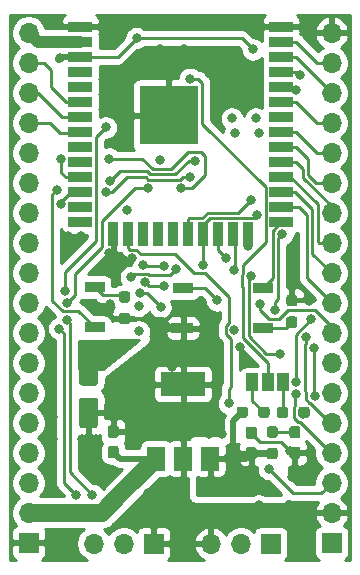
<source format=gbr>
%TF.GenerationSoftware,KiCad,Pcbnew,5.1.8*%
%TF.CreationDate,2020-12-03T14:21:02+03:00*%
%TF.ProjectId,pss_mcu_pcb,7073735f-6d63-4755-9f70-63622e6b6963,rev?*%
%TF.SameCoordinates,Original*%
%TF.FileFunction,Copper,L1,Top*%
%TF.FilePolarity,Positive*%
%FSLAX46Y46*%
G04 Gerber Fmt 4.6, Leading zero omitted, Abs format (unit mm)*
G04 Created by KiCad (PCBNEW 5.1.8) date 2020-12-03 14:21:02*
%MOMM*%
%LPD*%
G01*
G04 APERTURE LIST*
%TA.AperFunction,SMDPad,CuDef*%
%ADD10R,5.000000X5.000000*%
%TD*%
%TA.AperFunction,SMDPad,CuDef*%
%ADD11R,2.000000X0.900000*%
%TD*%
%TA.AperFunction,SMDPad,CuDef*%
%ADD12R,0.900000X2.000000*%
%TD*%
%TA.AperFunction,ComponentPad*%
%ADD13O,1.700000X1.700000*%
%TD*%
%TA.AperFunction,ComponentPad*%
%ADD14R,1.700000X1.700000*%
%TD*%
%TA.AperFunction,SMDPad,CuDef*%
%ADD15R,1.700000X0.900000*%
%TD*%
%TA.AperFunction,SMDPad,CuDef*%
%ADD16R,1.000000X1.500000*%
%TD*%
%TA.AperFunction,SMDPad,CuDef*%
%ADD17R,3.800000X2.000000*%
%TD*%
%TA.AperFunction,SMDPad,CuDef*%
%ADD18R,1.500000X2.000000*%
%TD*%
%TA.AperFunction,ViaPad*%
%ADD19C,0.800000*%
%TD*%
%TA.AperFunction,Conductor*%
%ADD20C,0.250000*%
%TD*%
%TA.AperFunction,Conductor*%
%ADD21C,1.500000*%
%TD*%
%TA.AperFunction,Conductor*%
%ADD22C,0.500000*%
%TD*%
%TA.AperFunction,Conductor*%
%ADD23C,1.000000*%
%TD*%
%TA.AperFunction,Conductor*%
%ADD24C,0.254000*%
%TD*%
%TA.AperFunction,Conductor*%
%ADD25C,0.100000*%
%TD*%
G04 APERTURE END LIST*
D10*
%TO.P,U4,39*%
%TO.N,GND*%
X157178500Y-76080000D03*
D11*
%TO.P,U4,1*%
X149678500Y-68580000D03*
%TO.P,U4,2*%
%TO.N,+3V3*%
X149678500Y-69850000D03*
%TO.P,U4,3*%
%TO.N,EN*%
X149678500Y-71120000D03*
%TO.P,U4,4*%
%TO.N,N/C*%
X149678500Y-72390000D03*
%TO.P,U4,5*%
X149678500Y-73660000D03*
%TO.P,U4,6*%
%TO.N,Main_Enc_A*%
X149678500Y-74930000D03*
%TO.P,U4,7*%
%TO.N,Main_Enc_B*%
X149678500Y-76200000D03*
%TO.P,U4,8*%
%TO.N,Main_Switch*%
X149678500Y-77470000D03*
%TO.P,U4,9*%
%TO.N,N/C*%
X149678500Y-78740000D03*
%TO.P,U4,10*%
X149678500Y-80010000D03*
%TO.P,U4,11*%
%TO.N,ESP32_UART_TX*%
X149678500Y-81280000D03*
%TO.P,U4,12*%
%TO.N,ESP32_UART_RX*%
X149678500Y-82550000D03*
%TO.P,U4,13*%
%TO.N,N/C*%
X149678500Y-83820000D03*
%TO.P,U4,14*%
X149678500Y-85090000D03*
D12*
%TO.P,U4,15*%
%TO.N,GND*%
X152463500Y-86090000D03*
%TO.P,U4,16*%
%TO.N,SD_CS*%
X153733500Y-86090000D03*
%TO.P,U4,17*%
%TO.N,N/C*%
X155003500Y-86090000D03*
%TO.P,U4,18*%
X156273500Y-86090000D03*
%TO.P,U4,19*%
X157543500Y-86090000D03*
%TO.P,U4,20*%
%TO.N,SD_SCK*%
X158813500Y-86090000D03*
%TO.P,U4,21*%
%TO.N,SD_SDI*%
X160083500Y-86090000D03*
%TO.P,U4,22*%
%TO.N,SD_SDO*%
X161353500Y-86090000D03*
%TO.P,U4,23*%
%TO.N,DISP_T_DO*%
X162623500Y-86090000D03*
%TO.P,U4,24*%
%TO.N,DISP_T_IRQ*%
X163893500Y-86090000D03*
D11*
%TO.P,U4,25*%
%TO.N,Boot*%
X166678500Y-85090000D03*
%TO.P,U4,26*%
%TO.N,DISP_T_DIN*%
X166678500Y-83820000D03*
%TO.P,U4,27*%
%TO.N,DISP_T_CS*%
X166678500Y-82550000D03*
%TO.P,U4,28*%
%TO.N,DISP_T_CLK*%
X166678500Y-81280000D03*
%TO.P,U4,29*%
%TO.N,DISP_SDO*%
X166678500Y-80010000D03*
%TO.P,U4,30*%
%TO.N,DISP_SCK*%
X166678500Y-78740000D03*
%TO.P,U4,31*%
%TO.N,DISP_SDI*%
X166678500Y-77470000D03*
%TO.P,U4,32*%
%TO.N,N/C*%
X166678500Y-76200000D03*
%TO.P,U4,33*%
%TO.N,DISP_DC_RS*%
X166678500Y-74930000D03*
%TO.P,U4,34*%
%TO.N,RXD*%
X166678500Y-73660000D03*
%TO.P,U4,35*%
%TO.N,TXD*%
X166678500Y-72390000D03*
%TO.P,U4,36*%
%TO.N,DISP_RST*%
X166678500Y-71120000D03*
%TO.P,U4,37*%
%TO.N,DISP_CS*%
X166678500Y-69850000D03*
%TO.P,U4,38*%
%TO.N,GND*%
X166678500Y-68580000D03*
%TD*%
D13*
%TO.P,J3,18*%
%TO.N,GND*%
X170942000Y-69088000D03*
%TO.P,J3,17*%
%TO.N,DISP_CS*%
X170942000Y-71628000D03*
%TO.P,J3,16*%
%TO.N,DISP_RST*%
X170942000Y-74168000D03*
%TO.P,J3,15*%
%TO.N,DISP_DC_RS*%
X170942000Y-76708000D03*
%TO.P,J3,14*%
%TO.N,DISP_SDI*%
X170942000Y-79248000D03*
%TO.P,J3,13*%
%TO.N,DISP_SCK*%
X170942000Y-81788000D03*
%TO.P,J3,12*%
%TO.N,DISP_SDO*%
X170942000Y-84328000D03*
%TO.P,J3,11*%
%TO.N,DISP_T_CLK*%
X170942000Y-86868000D03*
%TO.P,J3,10*%
%TO.N,DISP_T_CS*%
X170942000Y-89408000D03*
%TO.P,J3,9*%
%TO.N,DISP_T_DIN*%
X170942000Y-91948000D03*
%TO.P,J3,8*%
%TO.N,DISP_T_DO*%
X170942000Y-94488000D03*
%TO.P,J3,7*%
%TO.N,DISP_T_IRQ*%
X170942000Y-97028000D03*
%TO.P,J3,6*%
%TO.N,SD_SDO*%
X170942000Y-99568000D03*
%TO.P,J3,5*%
%TO.N,SD_SDI*%
X170942000Y-102108000D03*
%TO.P,J3,4*%
%TO.N,SD_SCK*%
X170942000Y-104648000D03*
%TO.P,J3,3*%
%TO.N,SD_CS*%
X170942000Y-107188000D03*
%TO.P,J3,2*%
%TO.N,GND*%
X170942000Y-109728000D03*
D14*
%TO.P,J3,1*%
%TO.N,+3V3*%
X170942000Y-112268000D03*
%TD*%
D15*
%TO.P,SW3,2*%
%TO.N,Net-(R18-Pad2)*%
X150876000Y-90614500D03*
%TO.P,SW3,1*%
%TO.N,STM_RST*%
X150876000Y-94014500D03*
%TD*%
%TO.P,SW2,2*%
%TO.N,EN*%
X158369000Y-90692500D03*
%TO.P,SW2,1*%
%TO.N,GND*%
X158369000Y-94092500D03*
%TD*%
%TO.P,SW1,2*%
%TO.N,Boot*%
X165100000Y-90678000D03*
%TO.P,SW1,1*%
%TO.N,Net-(R12-Pad1)*%
X165100000Y-94078000D03*
%TD*%
%TO.P,D1,2*%
%TO.N,Net-(D1-Pad2)*%
%TA.AperFunction,SMDPad,CuDef*%
G36*
G01*
X168068000Y-103423000D02*
X167593000Y-103423000D01*
G75*
G02*
X167355500Y-103185500I0J237500D01*
G01*
X167355500Y-102610500D01*
G75*
G02*
X167593000Y-102373000I237500J0D01*
G01*
X168068000Y-102373000D01*
G75*
G02*
X168305500Y-102610500I0J-237500D01*
G01*
X168305500Y-103185500D01*
G75*
G02*
X168068000Y-103423000I-237500J0D01*
G01*
G37*
%TD.AperFunction*%
%TO.P,D1,1*%
%TO.N,GND*%
%TA.AperFunction,SMDPad,CuDef*%
G36*
G01*
X168068000Y-105173000D02*
X167593000Y-105173000D01*
G75*
G02*
X167355500Y-104935500I0J237500D01*
G01*
X167355500Y-104360500D01*
G75*
G02*
X167593000Y-104123000I237500J0D01*
G01*
X168068000Y-104123000D01*
G75*
G02*
X168305500Y-104360500I0J-237500D01*
G01*
X168305500Y-104935500D01*
G75*
G02*
X168068000Y-105173000I-237500J0D01*
G01*
G37*
%TD.AperFunction*%
%TD*%
%TO.P,C1,2*%
%TO.N,GND*%
%TA.AperFunction,SMDPad,CuDef*%
G36*
G01*
X152701000Y-103397000D02*
X152226000Y-103397000D01*
G75*
G02*
X151988500Y-103159500I0J237500D01*
G01*
X151988500Y-102559500D01*
G75*
G02*
X152226000Y-102322000I237500J0D01*
G01*
X152701000Y-102322000D01*
G75*
G02*
X152938500Y-102559500I0J-237500D01*
G01*
X152938500Y-103159500D01*
G75*
G02*
X152701000Y-103397000I-237500J0D01*
G01*
G37*
%TD.AperFunction*%
%TO.P,C1,1*%
%TO.N,+5V*%
%TA.AperFunction,SMDPad,CuDef*%
G36*
G01*
X152701000Y-105122000D02*
X152226000Y-105122000D01*
G75*
G02*
X151988500Y-104884500I0J237500D01*
G01*
X151988500Y-104284500D01*
G75*
G02*
X152226000Y-104047000I237500J0D01*
G01*
X152701000Y-104047000D01*
G75*
G02*
X152938500Y-104284500I0J-237500D01*
G01*
X152938500Y-104884500D01*
G75*
G02*
X152701000Y-105122000I-237500J0D01*
G01*
G37*
%TD.AperFunction*%
%TD*%
%TO.P,C6,2*%
%TO.N,GND*%
%TA.AperFunction,SMDPad,CuDef*%
G36*
G01*
X164385000Y-103497500D02*
X163910000Y-103497500D01*
G75*
G02*
X163672500Y-103260000I0J237500D01*
G01*
X163672500Y-102660000D01*
G75*
G02*
X163910000Y-102422500I237500J0D01*
G01*
X164385000Y-102422500D01*
G75*
G02*
X164622500Y-102660000I0J-237500D01*
G01*
X164622500Y-103260000D01*
G75*
G02*
X164385000Y-103497500I-237500J0D01*
G01*
G37*
%TD.AperFunction*%
%TO.P,C6,1*%
%TO.N,+3V3*%
%TA.AperFunction,SMDPad,CuDef*%
G36*
G01*
X164385000Y-105222500D02*
X163910000Y-105222500D01*
G75*
G02*
X163672500Y-104985000I0J237500D01*
G01*
X163672500Y-104385000D01*
G75*
G02*
X163910000Y-104147500I237500J0D01*
G01*
X164385000Y-104147500D01*
G75*
G02*
X164622500Y-104385000I0J-237500D01*
G01*
X164622500Y-104985000D01*
G75*
G02*
X164385000Y-105222500I-237500J0D01*
G01*
G37*
%TD.AperFunction*%
%TD*%
%TO.P,C8,1*%
%TO.N,+3V3*%
%TA.AperFunction,SMDPad,CuDef*%
G36*
G01*
X149818000Y-96363000D02*
X150918000Y-96363000D01*
G75*
G02*
X151168000Y-96613000I0J-250000D01*
G01*
X151168000Y-98713000D01*
G75*
G02*
X150918000Y-98963000I-250000J0D01*
G01*
X149818000Y-98963000D01*
G75*
G02*
X149568000Y-98713000I0J250000D01*
G01*
X149568000Y-96613000D01*
G75*
G02*
X149818000Y-96363000I250000J0D01*
G01*
G37*
%TD.AperFunction*%
%TO.P,C8,2*%
%TO.N,GND*%
%TA.AperFunction,SMDPad,CuDef*%
G36*
G01*
X149818000Y-99963000D02*
X150918000Y-99963000D01*
G75*
G02*
X151168000Y-100213000I0J-250000D01*
G01*
X151168000Y-102313000D01*
G75*
G02*
X150918000Y-102563000I-250000J0D01*
G01*
X149818000Y-102563000D01*
G75*
G02*
X149568000Y-102313000I0J250000D01*
G01*
X149568000Y-100213000D01*
G75*
G02*
X149818000Y-99963000I250000J0D01*
G01*
G37*
%TD.AperFunction*%
%TD*%
D13*
%TO.P,J1,3*%
%TO.N,STM_SWCLK*%
X150812500Y-112331500D03*
%TO.P,J1,2*%
%TO.N,STM_SWDIO*%
X153352500Y-112331500D03*
D14*
%TO.P,J1,1*%
%TO.N,GND*%
X155892500Y-112331500D03*
%TD*%
%TO.P,J2,1*%
%TO.N,TXD*%
X165798500Y-112331500D03*
D13*
%TO.P,J2,2*%
%TO.N,RXD*%
X163258500Y-112331500D03*
%TO.P,J2,3*%
%TO.N,GND*%
X160718500Y-112331500D03*
%TD*%
D14*
%TO.P,J4,1*%
%TO.N,GND*%
X145288000Y-112268000D03*
D13*
%TO.P,J4,2*%
%TO.N,+5V*%
X145288000Y-109728000D03*
%TO.P,J4,3*%
%TO.N,Iron_Therm_Pos*%
X145288000Y-107188000D03*
%TO.P,J4,4*%
%TO.N,Hot_Air_Therm_Pos*%
X145288000Y-104648000D03*
%TO.P,J4,5*%
%TO.N,Sold_PWM*%
X145288000Y-102108000D03*
%TO.P,J4,6*%
%TO.N,Sold_Switch*%
X145288000Y-99568000D03*
%TO.P,J4,7*%
%TO.N,Heater_PWM*%
X145288000Y-97028000D03*
%TO.P,J4,8*%
%TO.N,HotA_Enc_A*%
X145288000Y-94488000D03*
%TO.P,J4,9*%
%TO.N,Sold_Enc_B*%
X145288000Y-91948000D03*
%TO.P,J4,10*%
%TO.N,Sold_Enc_A*%
X145288000Y-89408000D03*
%TO.P,J4,11*%
%TO.N,HotA_Switch*%
X145288000Y-86868000D03*
%TO.P,J4,12*%
%TO.N,Fan_PWM*%
X145288000Y-84328000D03*
%TO.P,J4,13*%
%TO.N,Hot_Air_Reed*%
X145288000Y-81788000D03*
%TO.P,J4,14*%
%TO.N,HotA_Enc_B*%
X145288000Y-79248000D03*
%TO.P,J4,15*%
%TO.N,Main_Switch*%
X145288000Y-76708000D03*
%TO.P,J4,16*%
%TO.N,Main_Enc_B*%
X145288000Y-74168000D03*
%TO.P,J4,17*%
%TO.N,Main_Enc_A*%
X145288000Y-71628000D03*
%TO.P,J4,18*%
%TO.N,+3V3*%
X145288000Y-69088000D03*
%TD*%
D16*
%TO.P,JP1,3*%
%TO.N,Net-(JP1-Pad3)*%
X166844500Y-98679000D03*
%TO.P,JP1,2*%
%TO.N,STM_BOOT*%
X165544500Y-98679000D03*
%TO.P,JP1,1*%
%TO.N,Net-(JP1-Pad1)*%
X164244500Y-98679000D03*
%TD*%
%TO.P,R11,2*%
%TO.N,+3V3*%
%TA.AperFunction,SMDPad,CuDef*%
G36*
G01*
X163873000Y-100981500D02*
X163873000Y-101456500D01*
G75*
G02*
X163635500Y-101694000I-237500J0D01*
G01*
X163135500Y-101694000D01*
G75*
G02*
X162898000Y-101456500I0J237500D01*
G01*
X162898000Y-100981500D01*
G75*
G02*
X163135500Y-100744000I237500J0D01*
G01*
X163635500Y-100744000D01*
G75*
G02*
X163873000Y-100981500I0J-237500D01*
G01*
G37*
%TD.AperFunction*%
%TO.P,R11,1*%
%TO.N,Net-(JP1-Pad1)*%
%TA.AperFunction,SMDPad,CuDef*%
G36*
G01*
X165698000Y-100981500D02*
X165698000Y-101456500D01*
G75*
G02*
X165460500Y-101694000I-237500J0D01*
G01*
X164960500Y-101694000D01*
G75*
G02*
X164723000Y-101456500I0J237500D01*
G01*
X164723000Y-100981500D01*
G75*
G02*
X164960500Y-100744000I237500J0D01*
G01*
X165460500Y-100744000D01*
G75*
G02*
X165698000Y-100981500I0J-237500D01*
G01*
G37*
%TD.AperFunction*%
%TD*%
%TO.P,R12,2*%
%TO.N,GND*%
%TA.AperFunction,SMDPad,CuDef*%
G36*
G01*
X167814000Y-92245000D02*
X167339000Y-92245000D01*
G75*
G02*
X167101500Y-92007500I0J237500D01*
G01*
X167101500Y-91507500D01*
G75*
G02*
X167339000Y-91270000I237500J0D01*
G01*
X167814000Y-91270000D01*
G75*
G02*
X168051500Y-91507500I0J-237500D01*
G01*
X168051500Y-92007500D01*
G75*
G02*
X167814000Y-92245000I-237500J0D01*
G01*
G37*
%TD.AperFunction*%
%TO.P,R12,1*%
%TO.N,Net-(R12-Pad1)*%
%TA.AperFunction,SMDPad,CuDef*%
G36*
G01*
X167814000Y-94070000D02*
X167339000Y-94070000D01*
G75*
G02*
X167101500Y-93832500I0J237500D01*
G01*
X167101500Y-93332500D01*
G75*
G02*
X167339000Y-93095000I237500J0D01*
G01*
X167814000Y-93095000D01*
G75*
G02*
X168051500Y-93332500I0J-237500D01*
G01*
X168051500Y-93832500D01*
G75*
G02*
X167814000Y-94070000I-237500J0D01*
G01*
G37*
%TD.AperFunction*%
%TD*%
%TO.P,R13,1*%
%TO.N,Net-(D1-Pad2)*%
%TA.AperFunction,SMDPad,CuDef*%
G36*
G01*
X165688000Y-102399000D02*
X166163000Y-102399000D01*
G75*
G02*
X166400500Y-102636500I0J-237500D01*
G01*
X166400500Y-103136500D01*
G75*
G02*
X166163000Y-103374000I-237500J0D01*
G01*
X165688000Y-103374000D01*
G75*
G02*
X165450500Y-103136500I0J237500D01*
G01*
X165450500Y-102636500D01*
G75*
G02*
X165688000Y-102399000I237500J0D01*
G01*
G37*
%TD.AperFunction*%
%TO.P,R13,2*%
%TO.N,+3V3*%
%TA.AperFunction,SMDPad,CuDef*%
G36*
G01*
X165688000Y-104224000D02*
X166163000Y-104224000D01*
G75*
G02*
X166400500Y-104461500I0J-237500D01*
G01*
X166400500Y-104961500D01*
G75*
G02*
X166163000Y-105199000I-237500J0D01*
G01*
X165688000Y-105199000D01*
G75*
G02*
X165450500Y-104961500I0J237500D01*
G01*
X165450500Y-104461500D01*
G75*
G02*
X165688000Y-104224000I237500J0D01*
G01*
G37*
%TD.AperFunction*%
%TD*%
%TO.P,R15,1*%
%TO.N,GND*%
%TA.AperFunction,SMDPad,CuDef*%
G36*
G01*
X169103500Y-100981500D02*
X169103500Y-101456500D01*
G75*
G02*
X168866000Y-101694000I-237500J0D01*
G01*
X168366000Y-101694000D01*
G75*
G02*
X168128500Y-101456500I0J237500D01*
G01*
X168128500Y-100981500D01*
G75*
G02*
X168366000Y-100744000I237500J0D01*
G01*
X168866000Y-100744000D01*
G75*
G02*
X169103500Y-100981500I0J-237500D01*
G01*
G37*
%TD.AperFunction*%
%TO.P,R15,2*%
%TO.N,Net-(JP1-Pad3)*%
%TA.AperFunction,SMDPad,CuDef*%
G36*
G01*
X167278500Y-100981500D02*
X167278500Y-101456500D01*
G75*
G02*
X167041000Y-101694000I-237500J0D01*
G01*
X166541000Y-101694000D01*
G75*
G02*
X166303500Y-101456500I0J237500D01*
G01*
X166303500Y-100981500D01*
G75*
G02*
X166541000Y-100744000I237500J0D01*
G01*
X167041000Y-100744000D01*
G75*
G02*
X167278500Y-100981500I0J-237500D01*
G01*
G37*
%TD.AperFunction*%
%TD*%
%TO.P,R18,2*%
%TO.N,Net-(R18-Pad2)*%
%TA.AperFunction,SMDPad,CuDef*%
G36*
G01*
X153653500Y-91927500D02*
X153178500Y-91927500D01*
G75*
G02*
X152941000Y-91690000I0J237500D01*
G01*
X152941000Y-91190000D01*
G75*
G02*
X153178500Y-90952500I237500J0D01*
G01*
X153653500Y-90952500D01*
G75*
G02*
X153891000Y-91190000I0J-237500D01*
G01*
X153891000Y-91690000D01*
G75*
G02*
X153653500Y-91927500I-237500J0D01*
G01*
G37*
%TD.AperFunction*%
%TO.P,R18,1*%
%TO.N,GND*%
%TA.AperFunction,SMDPad,CuDef*%
G36*
G01*
X153653500Y-93752500D02*
X153178500Y-93752500D01*
G75*
G02*
X152941000Y-93515000I0J237500D01*
G01*
X152941000Y-93015000D01*
G75*
G02*
X153178500Y-92777500I237500J0D01*
G01*
X153653500Y-92777500D01*
G75*
G02*
X153891000Y-93015000I0J-237500D01*
G01*
X153891000Y-93515000D01*
G75*
G02*
X153653500Y-93752500I-237500J0D01*
G01*
G37*
%TD.AperFunction*%
%TD*%
D17*
%TO.P,U1,4*%
%TO.N,GND*%
X158369000Y-98831000D03*
D18*
%TO.P,U1,2*%
X158369000Y-105131000D03*
%TO.P,U1,3*%
%TO.N,+3V3*%
X160669000Y-105131000D03*
%TO.P,U1,1*%
%TO.N,+5V*%
X156069000Y-105131000D03*
%TD*%
D19*
%TO.N,GND*%
X155829000Y-74612500D03*
X158394400Y-98806000D03*
X158432500Y-96901000D03*
X157670500Y-95885000D03*
X157416500Y-97409000D03*
X157416500Y-94107000D03*
X167576500Y-106680000D03*
X164782500Y-109093000D03*
X163004500Y-109347000D03*
X161734500Y-109855000D03*
X160210500Y-109855000D03*
X158178500Y-109855000D03*
X155892500Y-109855000D03*
X154114500Y-109601000D03*
X152082500Y-106045000D03*
X150812500Y-106045000D03*
X157162500Y-103251000D03*
X158178500Y-103251000D03*
X156400500Y-107315000D03*
X155384500Y-108077000D03*
X160578800Y-103073200D03*
X154076400Y-88188800D03*
X152082500Y-87757000D03*
X154940000Y-70739000D03*
X158432500Y-70485000D03*
X156400500Y-70485000D03*
X162496500Y-70739000D03*
X162687000Y-73432500D03*
X163167224Y-95691956D03*
X152196800Y-92049600D03*
X149707600Y-86258400D03*
X148640800Y-86309200D03*
X148488400Y-87376000D03*
X161671000Y-103073200D03*
X167449500Y-104521000D03*
X149796500Y-103441500D03*
X151003000Y-103441500D03*
X147320000Y-103441500D03*
X147320000Y-101600000D03*
X157226000Y-74676000D03*
X158813500Y-74676000D03*
X168509901Y-101353727D03*
X167487600Y-87630000D03*
X167589200Y-89255600D03*
X169041955Y-91757500D03*
%TO.N,+3V3*%
X162496500Y-76327000D03*
X164528500Y-76327000D03*
X164782500Y-77597000D03*
X162750500Y-77597000D03*
X153365200Y-95656400D03*
X161226500Y-107759500D03*
X162623500Y-107759500D03*
X164147500Y-107759500D03*
X153618371Y-84123971D03*
X160669000Y-105131000D03*
X154622500Y-94361000D03*
X154614742Y-92213710D03*
X160669000Y-105131000D03*
%TO.N,EN*%
X147966750Y-71195250D03*
X164274500Y-70485000D03*
X154432000Y-69532500D03*
X166185725Y-92577989D03*
X166782479Y-86140012D03*
X161250790Y-91738089D03*
%TO.N,STM_SWCLK*%
X149288500Y-108204000D03*
X151828500Y-77089000D03*
X147881042Y-94120919D03*
X148386567Y-90941866D03*
%TO.N,STM_SWDIO*%
X150685500Y-108204000D03*
X155380175Y-82231603D03*
X156400504Y-79883000D03*
X148550790Y-93378314D03*
X148550790Y-91928302D03*
%TO.N,TXD*%
X169418000Y-95758000D03*
X168290209Y-72628790D03*
X169512137Y-99808885D03*
%TO.N,RXD*%
X169230044Y-93351689D03*
X167930997Y-73935702D03*
X167946176Y-98626824D03*
%TO.N,SD_SCK*%
X166560500Y-96266000D03*
X164084000Y-83248500D03*
X164157122Y-89635220D03*
X167957500Y-99695000D03*
%TO.N,SD_SDO*%
X162047562Y-88151757D03*
%TO.N,SD_SDI*%
X164628487Y-84489675D03*
X168800514Y-94806539D03*
X160078417Y-88708390D03*
X162725440Y-94216608D03*
%TO.N,SD_CS*%
X162242500Y-100457000D03*
X165639005Y-106010718D03*
%TO.N,DISP_T_IRQ*%
X163903477Y-87121055D03*
%TO.N,Sold_PWM*%
X156468795Y-92308125D03*
X154706133Y-91117501D03*
%TO.N,Heater_PWM*%
X157764378Y-89058120D03*
X153963811Y-89762520D03*
%TO.N,HotA_Enc_A*%
X156792162Y-88823984D03*
X155019886Y-88752807D03*
%TO.N,Sold_Switch*%
X156751206Y-90549486D03*
X155110356Y-90202827D03*
%TO.N,STM_BOOT*%
X158940500Y-72979958D03*
%TO.N,ESP32_UART_TX*%
X148078478Y-79737883D03*
%TO.N,STM_UART_RX*%
X152133632Y-79737892D03*
X158182403Y-82231629D03*
%TO.N,STM_UART_TX*%
X151861326Y-82588111D03*
X158983188Y-81305045D03*
%TO.N,ESP32_UART_RX*%
X148078500Y-83578819D03*
%TO.N,STM_RST*%
X159424274Y-79897907D03*
X152222356Y-81637914D03*
X147701000Y-82359500D03*
%TO.N,DISP_T_DO*%
X162724874Y-89127756D03*
X164913852Y-92017260D03*
%TD*%
D20*
%TO.N,GND*%
X153496000Y-93345000D02*
X153416000Y-93265000D01*
X152463500Y-86090000D02*
X152463500Y-87376000D01*
X152463500Y-87376000D02*
X152082500Y-87757000D01*
X168509901Y-101325099D02*
X168509901Y-101353727D01*
X168616000Y-101219000D02*
X168509901Y-101325099D01*
X156574500Y-93265000D02*
X157416500Y-94107000D01*
X153416000Y-93265000D02*
X156574500Y-93265000D01*
X167576500Y-91757500D02*
X169041955Y-91757500D01*
X166627510Y-103699010D02*
X167449500Y-104521000D01*
X164886510Y-103699010D02*
X166627510Y-103699010D01*
X164147500Y-102960000D02*
X164886510Y-103699010D01*
D21*
%TO.N,+5V*%
X151472000Y-109728000D02*
X153237750Y-107962250D01*
X145288000Y-109728000D02*
X151472000Y-109728000D01*
D22*
X153010000Y-105131000D02*
X152463500Y-104584500D01*
X156069000Y-105131000D02*
X153010000Y-105131000D01*
D21*
X153237750Y-107962250D02*
X156069000Y-105131000D01*
D22*
%TO.N,+3V3*%
X163701500Y-105131000D02*
X164147500Y-104685000D01*
X165899000Y-104685000D02*
X165925500Y-104711500D01*
X164147500Y-104685000D02*
X165899000Y-104685000D01*
X162916000Y-105131000D02*
X163701500Y-105131000D01*
X160669000Y-105131000D02*
X160669000Y-105131000D01*
X163385500Y-101219000D02*
X163122490Y-101482010D01*
D23*
X146050000Y-69850000D02*
X149678500Y-69850000D01*
X145288000Y-69088000D02*
X146050000Y-69850000D01*
D22*
X150368000Y-95821500D02*
X149987000Y-95440500D01*
X150368000Y-97663000D02*
X150368000Y-95821500D01*
X160669000Y-105131000D02*
X162916000Y-105131000D01*
X161919000Y-105131000D02*
X160669000Y-105131000D01*
X162621001Y-104428999D02*
X161919000Y-105131000D01*
X162621001Y-101983499D02*
X162621001Y-104428999D01*
X163385500Y-101219000D02*
X162621001Y-101983499D01*
D20*
%TO.N,EN*%
X149401000Y-71397500D02*
X149678500Y-71120000D01*
D22*
X148042000Y-71120000D02*
X149678500Y-71120000D01*
X147764500Y-71397500D02*
X147966750Y-71195250D01*
X147966750Y-71195250D02*
X148042000Y-71120000D01*
D20*
X152844500Y-71120000D02*
X154432000Y-69532500D01*
X149678500Y-71120000D02*
X152844500Y-71120000D01*
X163322000Y-69532500D02*
X154432000Y-69532500D01*
X164274500Y-70485000D02*
X163322000Y-69532500D01*
X166395400Y-86527091D02*
X166782479Y-86140012D01*
X166395400Y-91655590D02*
X166395400Y-86527091D01*
X166185725Y-91865265D02*
X166395400Y-91655590D01*
X166185725Y-92577989D02*
X166185725Y-91865265D01*
X158369000Y-90692500D02*
X160205201Y-90692500D01*
X160205201Y-90692500D02*
X161250790Y-91738089D01*
%TO.N,Net-(D1-Pad2)*%
X167819000Y-102886500D02*
X167830500Y-102898000D01*
X165925500Y-102886500D02*
X167819000Y-102886500D01*
%TO.N,STM_SWCLK*%
X148386567Y-89306633D02*
X148386567Y-90941866D01*
X151828500Y-77089000D02*
X151003501Y-77913999D01*
X148281041Y-94520918D02*
X147881042Y-94120919D01*
X148281041Y-107196541D02*
X148281041Y-94520918D01*
X151003501Y-86689699D02*
X148386567Y-89306633D01*
X151003501Y-77913999D02*
X151003501Y-86689699D01*
X149288500Y-108204000D02*
X148281041Y-107196541D01*
%TO.N,STM_SWDIO*%
X148786011Y-106304511D02*
X148786011Y-93613535D01*
X150685500Y-108204000D02*
X148786011Y-106304511D01*
X148786011Y-93613535D02*
X148550790Y-93378314D01*
X151536400Y-85039200D02*
X151536400Y-87225512D01*
X149217489Y-91261603D02*
X148550790Y-91928302D01*
X149217489Y-89544423D02*
X149217489Y-91261603D01*
X151536400Y-87225512D02*
X149217489Y-89544423D01*
X154343997Y-82231603D02*
X151536400Y-85039200D01*
X155380175Y-82231603D02*
X154343997Y-82231603D01*
%TO.N,TXD*%
X168051419Y-72390000D02*
X168290209Y-72628790D01*
X166678500Y-72390000D02*
X168051419Y-72390000D01*
X169418000Y-99714748D02*
X169512137Y-99808885D01*
X169418000Y-95758000D02*
X169418000Y-99714748D01*
%TO.N,RXD*%
X166678500Y-73660000D02*
X167655295Y-73660000D01*
X167655295Y-73660000D02*
X167930997Y-73935702D01*
X169230044Y-93351689D02*
X167946176Y-94635557D01*
X167946176Y-94635557D02*
X167946176Y-98626824D01*
%TO.N,SD_SCK*%
X158813500Y-84840000D02*
X158813500Y-86090000D01*
X158888501Y-84764999D02*
X158813500Y-84840000D01*
X160007088Y-84764999D02*
X158888501Y-84764999D01*
X160457099Y-84314988D02*
X160007088Y-84764999D01*
X164084000Y-83248500D02*
X163017511Y-84314988D01*
X163017511Y-84314988D02*
X160457099Y-84314988D01*
X163924999Y-94788001D02*
X163924999Y-89867343D01*
X166560500Y-96266000D02*
X165402998Y-96266000D01*
X165402998Y-96266000D02*
X163924999Y-94788001D01*
X163924999Y-89867343D02*
X164157122Y-89635220D01*
X167830500Y-99822000D02*
X167957500Y-99695000D01*
X167803490Y-100748500D02*
X167830500Y-100721490D01*
X167830500Y-100721490D02*
X167830500Y-99822000D01*
X167803490Y-100987136D02*
X167803490Y-100748500D01*
X167784900Y-101005726D02*
X167803490Y-100987136D01*
X167784900Y-101701728D02*
X167784900Y-101005726D01*
X168131162Y-102047990D02*
X167784900Y-101701728D01*
X168301000Y-102047990D02*
X168131162Y-102047990D01*
X170901010Y-104648000D02*
X168301000Y-102047990D01*
X170942000Y-104648000D02*
X170901010Y-104648000D01*
%TO.N,SD_SDO*%
X161353500Y-86090000D02*
X161353500Y-87457695D01*
X161353500Y-87457695D02*
X162047562Y-88151757D01*
%TO.N,SD_SDI*%
X160083500Y-86090000D02*
X160083500Y-85324997D01*
X160643498Y-84764999D02*
X164353163Y-84764999D01*
X160083500Y-85324997D02*
X160643498Y-84764999D01*
X164353163Y-84764999D02*
X164628487Y-84489675D01*
X168800514Y-95372224D02*
X168800514Y-94806539D01*
X168746001Y-100115753D02*
X168746001Y-99473999D01*
X168746001Y-99473999D02*
X168671178Y-99399176D01*
X168671178Y-95501560D02*
X168800514Y-95372224D01*
X170942000Y-102108000D02*
X170788010Y-102108000D01*
X168671178Y-99399176D02*
X168671178Y-95501560D01*
X170788010Y-102108000D02*
X169099000Y-100418990D01*
X169099000Y-100418990D02*
X169049238Y-100418990D01*
X169049238Y-100418990D02*
X168746001Y-100115753D01*
X160083500Y-88703307D02*
X160078417Y-88708390D01*
X160083500Y-86090000D02*
X160083500Y-88703307D01*
%TO.N,SD_CS*%
X167666286Y-108037999D02*
X165639005Y-106010718D01*
X170942000Y-107188000D02*
X170092001Y-108037999D01*
X170092001Y-108037999D02*
X167666286Y-108037999D01*
X162242500Y-99219498D02*
X162242500Y-99402900D01*
X162407600Y-99054398D02*
X162242500Y-99219498D01*
X153733500Y-87340000D02*
X153857299Y-87463799D01*
X153857299Y-87463799D02*
X154424401Y-87463799D01*
X153733500Y-86090000D02*
X153733500Y-87340000D01*
X162000439Y-94564609D02*
X162407600Y-94971770D01*
X154424401Y-87463799D02*
X154793802Y-87833200D01*
X154793802Y-87833200D02*
X157683200Y-87833200D01*
X162242500Y-99402900D02*
X162242500Y-100457000D01*
X157683200Y-87833200D02*
X159283400Y-89433400D01*
X159283400Y-89433400D02*
X160248600Y-89433400D01*
X160248600Y-89433400D02*
X162242500Y-91427300D01*
X162242500Y-91427300D02*
X162242500Y-93626546D01*
X162242500Y-93626546D02*
X162000439Y-93868607D01*
X162000439Y-93868607D02*
X162000439Y-94564609D01*
X162407600Y-94971770D02*
X162407600Y-99054398D01*
%TO.N,DISP_T_IRQ*%
X163903477Y-86099977D02*
X163903477Y-87121055D01*
X163893500Y-86090000D02*
X163903477Y-86099977D01*
%TO.N,Boot*%
X165945389Y-89832611D02*
X165945389Y-85823111D01*
X165100000Y-90678000D02*
X165945389Y-89832611D01*
X165945389Y-85823111D02*
X166678500Y-85090000D01*
%TO.N,DISP_T_DIN*%
X168866979Y-89872979D02*
X170942000Y-91948000D01*
X168866979Y-84538979D02*
X168866979Y-89872979D01*
X168148000Y-83820000D02*
X168866979Y-84538979D01*
X166678500Y-83820000D02*
X168148000Y-83820000D01*
%TO.N,DISP_T_CS*%
X169316990Y-87782990D02*
X170942000Y-89408000D01*
X169316990Y-84036490D02*
X169316990Y-87782990D01*
X167830500Y-82550000D02*
X169316990Y-84036490D01*
X166678500Y-82550000D02*
X167830500Y-82550000D01*
%TO.N,DISP_T_CLK*%
X169862500Y-86868000D02*
X170942000Y-86868000D01*
X169766999Y-86772499D02*
X169862500Y-86868000D01*
X169766999Y-83603497D02*
X169766999Y-86772499D01*
X167443502Y-81280000D02*
X169766999Y-83603497D01*
X166678500Y-81280000D02*
X167443502Y-81280000D01*
%TO.N,DISP_SDO*%
X168523489Y-81339400D02*
X170942000Y-83757911D01*
X166678500Y-80010000D02*
X167928500Y-80010000D01*
X170942000Y-83757911D02*
X170942000Y-84328000D01*
X167928500Y-80010000D02*
X168523489Y-80604989D01*
X168523489Y-80604989D02*
X168523489Y-81339400D01*
%TO.N,DISP_SCK*%
X169608500Y-81788000D02*
X170942000Y-81788000D01*
X168973500Y-81153000D02*
X169608500Y-81788000D01*
X168973500Y-79756000D02*
X168973500Y-81153000D01*
X166678500Y-78985000D02*
X166923500Y-78740000D01*
X167957500Y-78740000D02*
X168973500Y-79756000D01*
X166678500Y-78740000D02*
X166678500Y-78985000D01*
X166923500Y-78740000D02*
X167957500Y-78740000D01*
%TO.N,DISP_SDI*%
X166678500Y-77470000D02*
X167928500Y-77470000D01*
X169735500Y-79248000D02*
X170942000Y-79248000D01*
X167957500Y-77470000D02*
X169735500Y-79248000D01*
X166678500Y-77470000D02*
X167957500Y-77470000D01*
%TO.N,DISP_DC_RS*%
X169672000Y-76708000D02*
X170942000Y-76708000D01*
X167894000Y-74930000D02*
X169672000Y-76708000D01*
X166678500Y-74930000D02*
X167894000Y-74930000D01*
%TO.N,DISP_RST*%
X167894000Y-71120000D02*
X170942000Y-74168000D01*
X166678500Y-71120000D02*
X167894000Y-71120000D01*
%TO.N,DISP_CS*%
X169735500Y-71628000D02*
X170942000Y-71628000D01*
X167957500Y-69850000D02*
X169735500Y-71628000D01*
X166678500Y-69850000D02*
X167957500Y-69850000D01*
%TO.N,Sold_PWM*%
X156468795Y-92308125D02*
X155278171Y-91117501D01*
X155278171Y-91117501D02*
X154706133Y-91117501D01*
%TO.N,Heater_PWM*%
X157247613Y-89574885D02*
X155523245Y-89574885D01*
X154248514Y-89477817D02*
X153963811Y-89762520D01*
X157764378Y-89058120D02*
X157247613Y-89574885D01*
X155426177Y-89477817D02*
X154248514Y-89477817D01*
X155523245Y-89574885D02*
X155426177Y-89477817D01*
%TO.N,HotA_Enc_A*%
X155091063Y-88823984D02*
X155019886Y-88752807D01*
X156792162Y-88823984D02*
X155091063Y-88823984D01*
%TO.N,Sold_Switch*%
X156751206Y-90549486D02*
X155457015Y-90549486D01*
X155457015Y-90549486D02*
X155110356Y-90202827D01*
%TO.N,Main_Switch*%
X147129500Y-76708000D02*
X145288000Y-76708000D01*
X147955000Y-77533500D02*
X147129500Y-76708000D01*
X149615000Y-77533500D02*
X147955000Y-77533500D01*
X149678500Y-77470000D02*
X149615000Y-77533500D01*
%TO.N,Main_Enc_B*%
X146113500Y-74168000D02*
X145288000Y-74168000D01*
X148145500Y-76200000D02*
X146113500Y-74168000D01*
X149678500Y-76200000D02*
X148145500Y-76200000D01*
%TO.N,Main_Enc_A*%
X146558000Y-71628000D02*
X145288000Y-71628000D01*
X147193000Y-72263000D02*
X146558000Y-71628000D01*
X147193000Y-73660000D02*
X147193000Y-72263000D01*
X148463000Y-74930000D02*
X147193000Y-73660000D01*
X149678500Y-74930000D02*
X148463000Y-74930000D01*
%TO.N,Net-(JP1-Pad3)*%
X166791000Y-98732500D02*
X166844500Y-98679000D01*
X166791000Y-101219000D02*
X166791000Y-98732500D01*
%TO.N,STM_BOOT*%
X159663460Y-72979958D02*
X158940500Y-72979958D01*
X160003501Y-73319999D02*
X159663460Y-72979958D01*
X165353499Y-82168499D02*
X160003501Y-76818501D01*
X163449875Y-88715123D02*
X165353499Y-86811499D01*
X163449875Y-89475757D02*
X163449875Y-88715123D01*
X165353499Y-86811499D02*
X165353499Y-82168499D01*
X163336792Y-89588840D02*
X163449875Y-89475757D01*
X163336792Y-90538982D02*
X163336792Y-89588840D01*
X160003501Y-76818501D02*
X160003501Y-73319999D01*
X163467209Y-90669399D02*
X163336792Y-90538982D01*
X163467209Y-94966622D02*
X163467209Y-90669399D01*
X165544500Y-97043913D02*
X163467209Y-94966622D01*
X165544500Y-98679000D02*
X165544500Y-97043913D01*
%TO.N,Net-(JP1-Pad1)*%
X164244500Y-100253000D02*
X164244500Y-98679000D01*
X165210500Y-101219000D02*
X164244500Y-100253000D01*
%TO.N,Net-(R12-Pad1)*%
X167081000Y-94078000D02*
X167576500Y-93582500D01*
X165100000Y-94078000D02*
X167081000Y-94078000D01*
%TO.N,Net-(R18-Pad2)*%
X153416000Y-91440000D02*
X153293901Y-91317901D01*
X153293901Y-91317901D02*
X151579401Y-91317901D01*
X151579401Y-91317901D02*
X150876000Y-90614500D01*
%TO.N,ESP32_UART_TX*%
X148428500Y-81280000D02*
X148078478Y-80929978D01*
X149678500Y-81280000D02*
X148428500Y-81280000D01*
X148078478Y-80929978D02*
X148078478Y-79737883D01*
%TO.N,STM_UART_RX*%
X154928390Y-79737892D02*
X155798499Y-80608001D01*
X155798499Y-80608001D02*
X157322499Y-80608001D01*
X159129608Y-82231629D02*
X158182403Y-82231629D01*
X159876327Y-79172903D02*
X160253327Y-79549903D01*
X160253327Y-81107910D02*
X159129608Y-82231629D01*
X157322499Y-80608001D02*
X158757597Y-79172903D01*
X152133632Y-79737892D02*
X154928390Y-79737892D01*
X158757597Y-79172903D02*
X159876327Y-79172903D01*
X160253327Y-79549903D02*
X160253327Y-81107910D01*
%TO.N,STM_UART_TX*%
X158340279Y-81305045D02*
X158983188Y-81305045D01*
X155425699Y-81508023D02*
X158137301Y-81508023D01*
X152335079Y-82588111D02*
X153618145Y-81305045D01*
X151861326Y-82588111D02*
X152335079Y-82588111D01*
X158137301Y-81508023D02*
X158340279Y-81305045D01*
X153618145Y-81305045D02*
X155222721Y-81305045D01*
X155222721Y-81305045D02*
X155425699Y-81508023D01*
%TO.N,ESP32_UART_RX*%
X148078500Y-83384998D02*
X148078500Y-83578819D01*
X148913498Y-82550000D02*
X148078500Y-83384998D01*
X149678500Y-82550000D02*
X148913498Y-82550000D01*
%TO.N,STM_RST*%
X153056258Y-80804012D02*
X152222356Y-81637914D01*
X157698484Y-81058012D02*
X155612099Y-81058012D01*
X155612099Y-81058012D02*
X155358099Y-80804012D01*
X158858589Y-79897907D02*
X157698484Y-81058012D01*
X159424274Y-79897907D02*
X158858589Y-79897907D01*
X155358099Y-80804012D02*
X153056258Y-80804012D01*
X147301001Y-82759499D02*
X147301001Y-91749874D01*
X149514812Y-92653312D02*
X150876000Y-94014500D01*
X147701000Y-82359500D02*
X147301001Y-82759499D01*
X147301001Y-91749874D02*
X148204439Y-92653312D01*
X148204439Y-92653312D02*
X149514812Y-92653312D01*
%TO.N,DISP_T_DO*%
X164913852Y-92582945D02*
X164913852Y-92017260D01*
X170942000Y-94010579D02*
X169501431Y-92570010D01*
X165633906Y-93302999D02*
X164913852Y-92582945D01*
X170942000Y-94488000D02*
X170942000Y-94010579D01*
X166532505Y-93302999D02*
X165633906Y-93302999D01*
X167265494Y-92570010D02*
X166532505Y-93302999D01*
X169501431Y-92570010D02*
X167265494Y-92570010D01*
X162772563Y-89131937D02*
X162750500Y-89154000D01*
X162772563Y-86239063D02*
X162772563Y-89131937D01*
X162623500Y-86090000D02*
X162772563Y-86239063D01*
%TD*%
D24*
%TO.N,+3V3*%
X163082998Y-103903320D02*
X163046688Y-104023018D01*
X163034428Y-104147500D01*
X163037500Y-104399250D01*
X163196250Y-104558000D01*
X164020500Y-104558000D01*
X164020500Y-104538000D01*
X164274500Y-104538000D01*
X164274500Y-104558000D01*
X164947750Y-104558000D01*
X164974250Y-104584500D01*
X165798500Y-104584500D01*
X165798500Y-104564500D01*
X166052500Y-104564500D01*
X166052500Y-104584500D01*
X166072500Y-104584500D01*
X166072500Y-104838500D01*
X166052500Y-104838500D01*
X166052500Y-104858500D01*
X165798500Y-104858500D01*
X165798500Y-104838500D01*
X165125250Y-104838500D01*
X165098750Y-104812000D01*
X164274500Y-104812000D01*
X164274500Y-105698750D01*
X164433250Y-105857500D01*
X164613623Y-105860428D01*
X164604005Y-105908779D01*
X164604005Y-106112657D01*
X164643779Y-106312616D01*
X164721800Y-106500974D01*
X164835068Y-106670492D01*
X164979231Y-106814655D01*
X165148749Y-106927923D01*
X165337107Y-107005944D01*
X165537066Y-107045718D01*
X165599204Y-107045718D01*
X166675706Y-108122220D01*
X166680249Y-108204000D01*
X165314968Y-108204000D01*
X165272756Y-108175795D01*
X165084398Y-108097774D01*
X164884439Y-108058000D01*
X164680561Y-108058000D01*
X164480602Y-108097774D01*
X164292244Y-108175795D01*
X164250032Y-108204000D01*
X159575500Y-108204000D01*
X159575500Y-106667414D01*
X159674820Y-106720502D01*
X159794518Y-106756812D01*
X159919000Y-106769072D01*
X160383250Y-106766000D01*
X160542000Y-106607250D01*
X160542000Y-105258000D01*
X160796000Y-105258000D01*
X160796000Y-106607250D01*
X160954750Y-106766000D01*
X161419000Y-106769072D01*
X161543482Y-106756812D01*
X161663180Y-106720502D01*
X161773494Y-106661537D01*
X161870185Y-106582185D01*
X161949537Y-106485494D01*
X162008502Y-106375180D01*
X162044812Y-106255482D01*
X162057072Y-106131000D01*
X162054000Y-105416750D01*
X161895250Y-105258000D01*
X160796000Y-105258000D01*
X160542000Y-105258000D01*
X160522000Y-105258000D01*
X160522000Y-105222500D01*
X163034428Y-105222500D01*
X163046688Y-105346982D01*
X163082998Y-105466680D01*
X163141963Y-105576994D01*
X163221315Y-105673685D01*
X163318006Y-105753037D01*
X163428320Y-105812002D01*
X163548018Y-105848312D01*
X163672500Y-105860572D01*
X163861750Y-105857500D01*
X164020500Y-105698750D01*
X164020500Y-104812000D01*
X163196250Y-104812000D01*
X163037500Y-104970750D01*
X163034428Y-105222500D01*
X160522000Y-105222500D01*
X160522000Y-105004000D01*
X160542000Y-105004000D01*
X160542000Y-104984000D01*
X160796000Y-104984000D01*
X160796000Y-105004000D01*
X161895250Y-105004000D01*
X162054000Y-104845250D01*
X162057072Y-104131000D01*
X162047851Y-104037379D01*
X162161256Y-103990405D01*
X162317510Y-103886000D01*
X163092256Y-103886000D01*
X163082998Y-103903320D01*
%TA.AperFunction,Conductor*%
D25*
G36*
X163082998Y-103903320D02*
G01*
X163046688Y-104023018D01*
X163034428Y-104147500D01*
X163037500Y-104399250D01*
X163196250Y-104558000D01*
X164020500Y-104558000D01*
X164020500Y-104538000D01*
X164274500Y-104538000D01*
X164274500Y-104558000D01*
X164947750Y-104558000D01*
X164974250Y-104584500D01*
X165798500Y-104584500D01*
X165798500Y-104564500D01*
X166052500Y-104564500D01*
X166052500Y-104584500D01*
X166072500Y-104584500D01*
X166072500Y-104838500D01*
X166052500Y-104838500D01*
X166052500Y-104858500D01*
X165798500Y-104858500D01*
X165798500Y-104838500D01*
X165125250Y-104838500D01*
X165098750Y-104812000D01*
X164274500Y-104812000D01*
X164274500Y-105698750D01*
X164433250Y-105857500D01*
X164613623Y-105860428D01*
X164604005Y-105908779D01*
X164604005Y-106112657D01*
X164643779Y-106312616D01*
X164721800Y-106500974D01*
X164835068Y-106670492D01*
X164979231Y-106814655D01*
X165148749Y-106927923D01*
X165337107Y-107005944D01*
X165537066Y-107045718D01*
X165599204Y-107045718D01*
X166675706Y-108122220D01*
X166680249Y-108204000D01*
X165314968Y-108204000D01*
X165272756Y-108175795D01*
X165084398Y-108097774D01*
X164884439Y-108058000D01*
X164680561Y-108058000D01*
X164480602Y-108097774D01*
X164292244Y-108175795D01*
X164250032Y-108204000D01*
X159575500Y-108204000D01*
X159575500Y-106667414D01*
X159674820Y-106720502D01*
X159794518Y-106756812D01*
X159919000Y-106769072D01*
X160383250Y-106766000D01*
X160542000Y-106607250D01*
X160542000Y-105258000D01*
X160796000Y-105258000D01*
X160796000Y-106607250D01*
X160954750Y-106766000D01*
X161419000Y-106769072D01*
X161543482Y-106756812D01*
X161663180Y-106720502D01*
X161773494Y-106661537D01*
X161870185Y-106582185D01*
X161949537Y-106485494D01*
X162008502Y-106375180D01*
X162044812Y-106255482D01*
X162057072Y-106131000D01*
X162054000Y-105416750D01*
X161895250Y-105258000D01*
X160796000Y-105258000D01*
X160542000Y-105258000D01*
X160522000Y-105258000D01*
X160522000Y-105222500D01*
X163034428Y-105222500D01*
X163046688Y-105346982D01*
X163082998Y-105466680D01*
X163141963Y-105576994D01*
X163221315Y-105673685D01*
X163318006Y-105753037D01*
X163428320Y-105812002D01*
X163548018Y-105848312D01*
X163672500Y-105860572D01*
X163861750Y-105857500D01*
X164020500Y-105698750D01*
X164020500Y-104812000D01*
X163196250Y-104812000D01*
X163037500Y-104970750D01*
X163034428Y-105222500D01*
X160522000Y-105222500D01*
X160522000Y-105004000D01*
X160542000Y-105004000D01*
X160542000Y-104984000D01*
X160796000Y-104984000D01*
X160796000Y-105004000D01*
X161895250Y-105004000D01*
X162054000Y-104845250D01*
X162057072Y-104131000D01*
X162047851Y-104037379D01*
X162161256Y-103990405D01*
X162317510Y-103886000D01*
X163092256Y-103886000D01*
X163082998Y-103903320D01*
G37*
%TD.AperFunction*%
%TD*%
D24*
%TO.N,GND*%
X148324006Y-67599463D02*
X148227315Y-67678815D01*
X148147963Y-67775506D01*
X148088998Y-67885820D01*
X148052688Y-68005518D01*
X148040428Y-68130000D01*
X148043500Y-68294250D01*
X148202250Y-68453000D01*
X149551500Y-68453000D01*
X149551500Y-68433000D01*
X149805500Y-68433000D01*
X149805500Y-68453000D01*
X151154750Y-68453000D01*
X151313500Y-68294250D01*
X151316572Y-68130000D01*
X151304312Y-68005518D01*
X151268002Y-67885820D01*
X151209037Y-67775506D01*
X151129685Y-67678815D01*
X151032994Y-67599463D01*
X151013419Y-67589000D01*
X165343581Y-67589000D01*
X165324006Y-67599463D01*
X165227315Y-67678815D01*
X165147963Y-67775506D01*
X165088998Y-67885820D01*
X165052688Y-68005518D01*
X165040428Y-68130000D01*
X165043500Y-68294250D01*
X165202250Y-68453000D01*
X166551500Y-68453000D01*
X166551500Y-68433000D01*
X166805500Y-68433000D01*
X166805500Y-68453000D01*
X168154750Y-68453000D01*
X168313500Y-68294250D01*
X168316572Y-68130000D01*
X168304312Y-68005518D01*
X168268002Y-67885820D01*
X168209037Y-67775506D01*
X168129685Y-67678815D01*
X168032994Y-67599463D01*
X168013419Y-67589000D01*
X172504500Y-67589000D01*
X172504501Y-106965081D01*
X172504500Y-113703500D01*
X172043667Y-113703500D01*
X172146494Y-113648537D01*
X172243185Y-113569185D01*
X172322537Y-113472494D01*
X172381502Y-113362180D01*
X172417812Y-113242482D01*
X172430072Y-113118000D01*
X172430072Y-111418000D01*
X172417812Y-111293518D01*
X172381502Y-111173820D01*
X172322537Y-111063506D01*
X172243185Y-110966815D01*
X172146494Y-110887463D01*
X172036180Y-110828498D01*
X171955534Y-110804034D01*
X172039588Y-110728269D01*
X172213641Y-110494920D01*
X172338825Y-110232099D01*
X172383476Y-110084890D01*
X172262155Y-109855000D01*
X171069000Y-109855000D01*
X171069000Y-109875000D01*
X170815000Y-109875000D01*
X170815000Y-109855000D01*
X169621845Y-109855000D01*
X169500524Y-110084890D01*
X169545175Y-110232099D01*
X169670359Y-110494920D01*
X169844412Y-110728269D01*
X169928466Y-110804034D01*
X169847820Y-110828498D01*
X169737506Y-110887463D01*
X169640815Y-110966815D01*
X169561463Y-111063506D01*
X169502498Y-111173820D01*
X169466188Y-111293518D01*
X169453928Y-111418000D01*
X169453928Y-113118000D01*
X169466188Y-113242482D01*
X169502498Y-113362180D01*
X169561463Y-113472494D01*
X169640815Y-113569185D01*
X169737506Y-113648537D01*
X169840333Y-113703500D01*
X167013396Y-113703500D01*
X167099685Y-113632685D01*
X167179037Y-113535994D01*
X167238002Y-113425680D01*
X167274312Y-113305982D01*
X167286572Y-113181500D01*
X167286572Y-111481500D01*
X167274312Y-111357018D01*
X167238002Y-111237320D01*
X167179037Y-111127006D01*
X167099685Y-111030315D01*
X167002994Y-110950963D01*
X166892680Y-110891998D01*
X166772982Y-110855688D01*
X166648500Y-110843428D01*
X164948500Y-110843428D01*
X164824018Y-110855688D01*
X164704320Y-110891998D01*
X164594006Y-110950963D01*
X164497315Y-111030315D01*
X164417963Y-111127006D01*
X164358998Y-111237320D01*
X164336987Y-111309880D01*
X164205132Y-111178025D01*
X163961911Y-111015510D01*
X163691658Y-110903568D01*
X163404760Y-110846500D01*
X163112240Y-110846500D01*
X162825342Y-110903568D01*
X162555089Y-111015510D01*
X162311868Y-111178025D01*
X162105025Y-111384868D01*
X161983305Y-111567034D01*
X161913678Y-111450145D01*
X161718769Y-111233912D01*
X161485420Y-111059859D01*
X161222599Y-110934675D01*
X161075390Y-110890024D01*
X160845500Y-111011345D01*
X160845500Y-112204500D01*
X160865500Y-112204500D01*
X160865500Y-112458500D01*
X160845500Y-112458500D01*
X160845500Y-112478500D01*
X160591500Y-112478500D01*
X160591500Y-112458500D01*
X159397686Y-112458500D01*
X159277019Y-112688391D01*
X159374343Y-112962752D01*
X159523322Y-113212855D01*
X159718231Y-113429088D01*
X159951580Y-113603141D01*
X160162281Y-113703500D01*
X157107396Y-113703500D01*
X157193685Y-113632685D01*
X157273037Y-113535994D01*
X157332002Y-113425680D01*
X157368312Y-113305982D01*
X157380572Y-113181500D01*
X157377500Y-112617250D01*
X157218750Y-112458500D01*
X156019500Y-112458500D01*
X156019500Y-112478500D01*
X155765500Y-112478500D01*
X155765500Y-112458500D01*
X155745500Y-112458500D01*
X155745500Y-112204500D01*
X155765500Y-112204500D01*
X155765500Y-111005250D01*
X156019500Y-111005250D01*
X156019500Y-112204500D01*
X157218750Y-112204500D01*
X157377500Y-112045750D01*
X157377887Y-111974609D01*
X159277019Y-111974609D01*
X159397686Y-112204500D01*
X160591500Y-112204500D01*
X160591500Y-111011345D01*
X160361610Y-110890024D01*
X160214401Y-110934675D01*
X159951580Y-111059859D01*
X159718231Y-111233912D01*
X159523322Y-111450145D01*
X159374343Y-111700248D01*
X159277019Y-111974609D01*
X157377887Y-111974609D01*
X157380572Y-111481500D01*
X157368312Y-111357018D01*
X157332002Y-111237320D01*
X157273037Y-111127006D01*
X157193685Y-111030315D01*
X157096994Y-110950963D01*
X156986680Y-110891998D01*
X156866982Y-110855688D01*
X156742500Y-110843428D01*
X156178250Y-110846500D01*
X156019500Y-111005250D01*
X155765500Y-111005250D01*
X155606750Y-110846500D01*
X155042500Y-110843428D01*
X154918018Y-110855688D01*
X154798320Y-110891998D01*
X154688006Y-110950963D01*
X154591315Y-111030315D01*
X154511963Y-111127006D01*
X154452998Y-111237320D01*
X154430987Y-111309880D01*
X154299132Y-111178025D01*
X154055911Y-111015510D01*
X153785658Y-110903568D01*
X153498760Y-110846500D01*
X153206240Y-110846500D01*
X152919342Y-110903568D01*
X152649089Y-111015510D01*
X152405868Y-111178025D01*
X152199025Y-111384868D01*
X152082500Y-111559260D01*
X151965975Y-111384868D01*
X151759132Y-111178025D01*
X151646171Y-111102547D01*
X151743507Y-111092960D01*
X152004581Y-111013764D01*
X152245188Y-110885157D01*
X152456081Y-110712081D01*
X152499454Y-110659231D01*
X154265202Y-108893484D01*
X154265206Y-108893479D01*
X156389614Y-106769072D01*
X156819000Y-106769072D01*
X156943482Y-106756812D01*
X157063180Y-106720502D01*
X157173494Y-106661537D01*
X157219000Y-106624191D01*
X157264506Y-106661537D01*
X157374820Y-106720502D01*
X157494518Y-106756812D01*
X157619000Y-106769072D01*
X158083250Y-106766000D01*
X158242000Y-106607250D01*
X158242000Y-105258000D01*
X158222000Y-105258000D01*
X158222000Y-105004000D01*
X158242000Y-105004000D01*
X158242000Y-103654750D01*
X158083250Y-103496000D01*
X157619000Y-103492928D01*
X157494518Y-103505188D01*
X157374820Y-103541498D01*
X157264506Y-103600463D01*
X157219000Y-103637809D01*
X157173494Y-103600463D01*
X157063180Y-103541498D01*
X156943482Y-103505188D01*
X156819000Y-103492928D01*
X155319000Y-103492928D01*
X155194518Y-103505188D01*
X155074820Y-103541498D01*
X154964506Y-103600463D01*
X154867815Y-103679815D01*
X154788463Y-103776506D01*
X154729498Y-103886820D01*
X154693188Y-104006518D01*
X154680928Y-104131000D01*
X154680928Y-104246000D01*
X153572780Y-104246000D01*
X153559748Y-104113684D01*
X153509923Y-103949433D01*
X153429726Y-103799394D01*
X153469037Y-103751494D01*
X153528002Y-103641180D01*
X153564312Y-103521482D01*
X153576572Y-103397000D01*
X153573500Y-103145250D01*
X153414750Y-102986500D01*
X152590500Y-102986500D01*
X152590500Y-103006500D01*
X152336500Y-103006500D01*
X152336500Y-102986500D01*
X152316500Y-102986500D01*
X152316500Y-102732500D01*
X152336500Y-102732500D01*
X152336500Y-101845750D01*
X152590500Y-101845750D01*
X152590500Y-102732500D01*
X153414750Y-102732500D01*
X153573500Y-102573750D01*
X153576572Y-102322000D01*
X153564312Y-102197518D01*
X153528002Y-102077820D01*
X153469037Y-101967506D01*
X153389685Y-101870815D01*
X153292994Y-101791463D01*
X153182680Y-101732498D01*
X153062982Y-101696188D01*
X152938500Y-101683928D01*
X152749250Y-101687000D01*
X152590500Y-101845750D01*
X152336500Y-101845750D01*
X152177750Y-101687000D01*
X151988500Y-101683928D01*
X151864018Y-101696188D01*
X151803502Y-101714545D01*
X151803000Y-101548750D01*
X151644250Y-101390000D01*
X150495000Y-101390000D01*
X150495000Y-103039250D01*
X150653750Y-103198000D01*
X151168000Y-103201072D01*
X151292482Y-103188812D01*
X151353193Y-103170395D01*
X151350428Y-103397000D01*
X151362688Y-103521482D01*
X151398998Y-103641180D01*
X151457963Y-103751494D01*
X151497274Y-103799394D01*
X151417077Y-103949433D01*
X151367252Y-104113684D01*
X151350428Y-104284500D01*
X151350428Y-104884500D01*
X151367252Y-105055316D01*
X151417077Y-105219567D01*
X151497988Y-105370942D01*
X151606877Y-105503623D01*
X151739558Y-105612512D01*
X151890933Y-105693423D01*
X152055184Y-105743248D01*
X152226000Y-105760072D01*
X152381494Y-105760072D01*
X152515941Y-105870411D01*
X152669687Y-105952589D01*
X152836510Y-106003195D01*
X152966523Y-106016000D01*
X152966531Y-106016000D01*
X153010000Y-106020281D01*
X153053469Y-106016000D01*
X153225315Y-106016000D01*
X152306521Y-106934794D01*
X152306516Y-106934798D01*
X151572610Y-107668704D01*
X151489437Y-107544226D01*
X151345274Y-107400063D01*
X151175756Y-107286795D01*
X150987398Y-107208774D01*
X150787439Y-107169000D01*
X150725302Y-107169000D01*
X149546011Y-105989710D01*
X149546011Y-103198906D01*
X149568000Y-103201072D01*
X150082250Y-103198000D01*
X150241000Y-103039250D01*
X150241000Y-101390000D01*
X150221000Y-101390000D01*
X150221000Y-101136000D01*
X150241000Y-101136000D01*
X150241000Y-101116000D01*
X150495000Y-101116000D01*
X150495000Y-101136000D01*
X151644250Y-101136000D01*
X151803000Y-100977250D01*
X151806072Y-99963000D01*
X151793812Y-99838518D01*
X151791532Y-99831000D01*
X155830928Y-99831000D01*
X155843188Y-99955482D01*
X155879498Y-100075180D01*
X155938463Y-100185494D01*
X156017815Y-100282185D01*
X156114506Y-100361537D01*
X156224820Y-100420502D01*
X156344518Y-100456812D01*
X156469000Y-100469072D01*
X158083250Y-100466000D01*
X158242000Y-100307250D01*
X158242000Y-98958000D01*
X158496000Y-98958000D01*
X158496000Y-100307250D01*
X158654750Y-100466000D01*
X160269000Y-100469072D01*
X160393482Y-100456812D01*
X160513180Y-100420502D01*
X160623494Y-100361537D01*
X160720185Y-100282185D01*
X160799537Y-100185494D01*
X160858502Y-100075180D01*
X160894812Y-99955482D01*
X160907072Y-99831000D01*
X160904000Y-99116750D01*
X160745250Y-98958000D01*
X158496000Y-98958000D01*
X158242000Y-98958000D01*
X155992750Y-98958000D01*
X155834000Y-99116750D01*
X155830928Y-99831000D01*
X151791532Y-99831000D01*
X151757502Y-99718820D01*
X151698537Y-99608506D01*
X151619185Y-99511815D01*
X151522494Y-99432463D01*
X151469187Y-99403969D01*
X151545962Y-99340962D01*
X151656405Y-99206386D01*
X151738472Y-99052850D01*
X151789008Y-98886254D01*
X151806072Y-98713000D01*
X151806072Y-98270559D01*
X151813326Y-98269433D01*
X151929014Y-98223476D01*
X152033513Y-98155832D01*
X152441292Y-97831000D01*
X155830928Y-97831000D01*
X155834000Y-98545250D01*
X155992750Y-98704000D01*
X158242000Y-98704000D01*
X158242000Y-97354750D01*
X158496000Y-97354750D01*
X158496000Y-98704000D01*
X160745250Y-98704000D01*
X160904000Y-98545250D01*
X160907072Y-97831000D01*
X160894812Y-97706518D01*
X160858502Y-97586820D01*
X160799537Y-97476506D01*
X160720185Y-97379815D01*
X160623494Y-97300463D01*
X160513180Y-97241498D01*
X160393482Y-97205188D01*
X160269000Y-97192928D01*
X158654750Y-97196000D01*
X158496000Y-97354750D01*
X158242000Y-97354750D01*
X158083250Y-97196000D01*
X156469000Y-97192928D01*
X156344518Y-97205188D01*
X156224820Y-97241498D01*
X156114506Y-97300463D01*
X156017815Y-97379815D01*
X155938463Y-97476506D01*
X155879498Y-97586820D01*
X155843188Y-97706518D01*
X155830928Y-97831000D01*
X152441292Y-97831000D01*
X155399214Y-95474756D01*
X155455387Y-95424267D01*
X155533752Y-95327548D01*
X155591743Y-95217399D01*
X155627130Y-95098053D01*
X155638555Y-94974097D01*
X155625577Y-94850293D01*
X155588976Y-94732306D01*
X155617726Y-94662898D01*
X155641674Y-94542500D01*
X156880928Y-94542500D01*
X156893188Y-94666982D01*
X156929498Y-94786680D01*
X156988463Y-94896994D01*
X157067815Y-94993685D01*
X157164506Y-95073037D01*
X157274820Y-95132002D01*
X157394518Y-95168312D01*
X157519000Y-95180572D01*
X158083250Y-95177500D01*
X158242000Y-95018750D01*
X158242000Y-94219500D01*
X158496000Y-94219500D01*
X158496000Y-95018750D01*
X158654750Y-95177500D01*
X159219000Y-95180572D01*
X159343482Y-95168312D01*
X159463180Y-95132002D01*
X159573494Y-95073037D01*
X159670185Y-94993685D01*
X159749537Y-94896994D01*
X159808502Y-94786680D01*
X159844812Y-94666982D01*
X159857072Y-94542500D01*
X159854000Y-94378250D01*
X159695250Y-94219500D01*
X158496000Y-94219500D01*
X158242000Y-94219500D01*
X157042750Y-94219500D01*
X156884000Y-94378250D01*
X156880928Y-94542500D01*
X155641674Y-94542500D01*
X155657500Y-94462939D01*
X155657500Y-94259061D01*
X155617726Y-94059102D01*
X155539705Y-93870744D01*
X155426437Y-93701226D01*
X155367711Y-93642500D01*
X156880928Y-93642500D01*
X156884000Y-93806750D01*
X157042750Y-93965500D01*
X158242000Y-93965500D01*
X158242000Y-93166250D01*
X158496000Y-93166250D01*
X158496000Y-93965500D01*
X159695250Y-93965500D01*
X159854000Y-93806750D01*
X159857072Y-93642500D01*
X159844812Y-93518018D01*
X159808502Y-93398320D01*
X159749537Y-93288006D01*
X159670185Y-93191315D01*
X159573494Y-93111963D01*
X159463180Y-93052998D01*
X159343482Y-93016688D01*
X159219000Y-93004428D01*
X158654750Y-93007500D01*
X158496000Y-93166250D01*
X158242000Y-93166250D01*
X158083250Y-93007500D01*
X157519000Y-93004428D01*
X157394518Y-93016688D01*
X157274820Y-93052998D01*
X157164506Y-93111963D01*
X157067815Y-93191315D01*
X156988463Y-93288006D01*
X156929498Y-93398320D01*
X156893188Y-93518018D01*
X156880928Y-93642500D01*
X155367711Y-93642500D01*
X155282274Y-93557063D01*
X155112756Y-93443795D01*
X154924398Y-93365774D01*
X154724439Y-93326000D01*
X154520561Y-93326000D01*
X154320602Y-93365774D01*
X154257287Y-93392000D01*
X153543000Y-93392000D01*
X153543000Y-93412000D01*
X153289000Y-93412000D01*
X153289000Y-93392000D01*
X152464750Y-93392000D01*
X152357633Y-93499117D01*
X152351812Y-93440018D01*
X152315502Y-93320320D01*
X152256537Y-93210006D01*
X152177185Y-93113315D01*
X152080494Y-93033963D01*
X151970180Y-92974998D01*
X151850482Y-92938688D01*
X151726000Y-92926428D01*
X150862730Y-92926428D01*
X150078616Y-92142315D01*
X150054813Y-92113311D01*
X149939088Y-92018338D01*
X149807059Y-91947766D01*
X149663798Y-91904309D01*
X149650859Y-91903035D01*
X149728491Y-91825403D01*
X149757490Y-91801604D01*
X149852463Y-91685879D01*
X149857268Y-91676889D01*
X149901518Y-91690312D01*
X150026000Y-91702572D01*
X150889270Y-91702572D01*
X151015602Y-91828903D01*
X151039400Y-91857902D01*
X151155125Y-91952875D01*
X151287154Y-92023447D01*
X151430415Y-92066904D01*
X151542068Y-92077901D01*
X151542077Y-92077901D01*
X151579400Y-92081577D01*
X151616723Y-92077901D01*
X152397817Y-92077901D01*
X152450488Y-92176442D01*
X152539812Y-92285283D01*
X152489815Y-92326315D01*
X152410463Y-92423006D01*
X152351498Y-92533320D01*
X152315188Y-92653018D01*
X152302928Y-92777500D01*
X152306000Y-92979250D01*
X152464750Y-93138000D01*
X153289000Y-93138000D01*
X153289000Y-93118000D01*
X153543000Y-93118000D01*
X153543000Y-93138000D01*
X154141591Y-93138000D01*
X154312844Y-93208936D01*
X154512803Y-93248710D01*
X154716681Y-93248710D01*
X154916640Y-93208936D01*
X155104998Y-93130915D01*
X155274516Y-93017647D01*
X155418679Y-92873484D01*
X155519931Y-92721950D01*
X155551590Y-92798381D01*
X155664858Y-92967899D01*
X155809021Y-93112062D01*
X155978539Y-93225330D01*
X156166897Y-93303351D01*
X156366856Y-93343125D01*
X156570734Y-93343125D01*
X156770693Y-93303351D01*
X156959051Y-93225330D01*
X157128569Y-93112062D01*
X157272732Y-92967899D01*
X157386000Y-92798381D01*
X157464021Y-92610023D01*
X157503795Y-92410064D01*
X157503795Y-92206186D01*
X157464021Y-92006227D01*
X157386000Y-91817869D01*
X157342304Y-91752473D01*
X157394518Y-91768312D01*
X157519000Y-91780572D01*
X159219000Y-91780572D01*
X159343482Y-91768312D01*
X159463180Y-91732002D01*
X159573494Y-91673037D01*
X159670185Y-91593685D01*
X159749537Y-91496994D01*
X159773320Y-91452500D01*
X159890400Y-91452500D01*
X160215790Y-91777891D01*
X160215790Y-91840028D01*
X160255564Y-92039987D01*
X160333585Y-92228345D01*
X160446853Y-92397863D01*
X160591016Y-92542026D01*
X160760534Y-92655294D01*
X160948892Y-92733315D01*
X161148851Y-92773089D01*
X161352729Y-92773089D01*
X161482501Y-92747276D01*
X161482501Y-93310500D01*
X161460438Y-93328606D01*
X161408412Y-93392000D01*
X161365465Y-93444331D01*
X161305208Y-93557063D01*
X161294893Y-93576361D01*
X161251436Y-93719622D01*
X161240439Y-93831275D01*
X161240439Y-93831285D01*
X161236763Y-93868607D01*
X161240439Y-93905929D01*
X161240439Y-94527287D01*
X161236763Y-94564609D01*
X161240439Y-94601931D01*
X161240439Y-94601942D01*
X161251436Y-94713595D01*
X161274007Y-94788001D01*
X161294893Y-94856855D01*
X161365465Y-94988885D01*
X161434528Y-95073037D01*
X161460439Y-95104610D01*
X161489437Y-95128408D01*
X161647600Y-95286571D01*
X161647601Y-98746391D01*
X161607526Y-98795222D01*
X161561417Y-98881485D01*
X161536954Y-98927252D01*
X161493497Y-99070513D01*
X161482500Y-99182166D01*
X161482500Y-99182176D01*
X161478824Y-99219498D01*
X161482500Y-99256820D01*
X161482500Y-99753289D01*
X161438563Y-99797226D01*
X161325295Y-99966744D01*
X161247274Y-100155102D01*
X161207500Y-100355061D01*
X161207500Y-100558939D01*
X161247274Y-100758898D01*
X161325295Y-100947256D01*
X161438563Y-101116774D01*
X161582726Y-101260937D01*
X161752244Y-101374205D01*
X161919354Y-101443425D01*
X161881590Y-101489441D01*
X161799412Y-101643187D01*
X161766479Y-101751752D01*
X161758592Y-101777752D01*
X161748806Y-101810010D01*
X161736001Y-101940023D01*
X161736001Y-101940030D01*
X161731720Y-101983499D01*
X161736001Y-102026968D01*
X161736001Y-103124000D01*
X159448500Y-103124000D01*
X159324618Y-103136201D01*
X159205496Y-103172336D01*
X159095713Y-103231017D01*
X158999487Y-103309987D01*
X158920517Y-103406213D01*
X158873297Y-103494554D01*
X158654750Y-103496000D01*
X158496000Y-103654750D01*
X158496000Y-105004000D01*
X158516000Y-105004000D01*
X158516000Y-105258000D01*
X158496000Y-105258000D01*
X158496000Y-106607250D01*
X158654750Y-106766000D01*
X158813500Y-106767050D01*
X158813500Y-108331000D01*
X158825701Y-108454882D01*
X158861836Y-108574004D01*
X158920517Y-108683787D01*
X158999487Y-108780013D01*
X159095713Y-108858983D01*
X159205496Y-108917664D01*
X159324618Y-108953799D01*
X159448500Y-108966000D01*
X166814500Y-108966000D01*
X166972738Y-108945968D01*
X167089672Y-108903281D01*
X167196031Y-108838601D01*
X167287728Y-108754415D01*
X167317713Y-108713438D01*
X167374039Y-108743545D01*
X167517300Y-108787002D01*
X167628953Y-108797999D01*
X167628962Y-108797999D01*
X167666285Y-108801675D01*
X167703608Y-108797999D01*
X169792000Y-108797999D01*
X169670359Y-108961080D01*
X169545175Y-109223901D01*
X169500524Y-109371110D01*
X169621845Y-109601000D01*
X170815000Y-109601000D01*
X170815000Y-109581000D01*
X171069000Y-109581000D01*
X171069000Y-109601000D01*
X172262155Y-109601000D01*
X172383476Y-109371110D01*
X172338825Y-109223901D01*
X172213641Y-108961080D01*
X172039588Y-108727731D01*
X171823355Y-108532822D01*
X171706466Y-108463195D01*
X171888632Y-108341475D01*
X172095475Y-108134632D01*
X172257990Y-107891411D01*
X172369932Y-107621158D01*
X172427000Y-107334260D01*
X172427000Y-107041740D01*
X172369932Y-106754842D01*
X172257990Y-106484589D01*
X172095475Y-106241368D01*
X171888632Y-106034525D01*
X171714240Y-105918000D01*
X171888632Y-105801475D01*
X172095475Y-105594632D01*
X172257990Y-105351411D01*
X172369932Y-105081158D01*
X172427000Y-104794260D01*
X172427000Y-104501740D01*
X172369932Y-104214842D01*
X172257990Y-103944589D01*
X172095475Y-103701368D01*
X171888632Y-103494525D01*
X171714240Y-103378000D01*
X171888632Y-103261475D01*
X172095475Y-103054632D01*
X172257990Y-102811411D01*
X172369932Y-102541158D01*
X172427000Y-102254260D01*
X172427000Y-101961740D01*
X172369932Y-101674842D01*
X172257990Y-101404589D01*
X172095475Y-101161368D01*
X171888632Y-100954525D01*
X171714240Y-100838000D01*
X171888632Y-100721475D01*
X172095475Y-100514632D01*
X172257990Y-100271411D01*
X172369932Y-100001158D01*
X172427000Y-99714260D01*
X172427000Y-99421740D01*
X172369932Y-99134842D01*
X172257990Y-98864589D01*
X172095475Y-98621368D01*
X171888632Y-98414525D01*
X171714240Y-98298000D01*
X171888632Y-98181475D01*
X172095475Y-97974632D01*
X172257990Y-97731411D01*
X172369932Y-97461158D01*
X172427000Y-97174260D01*
X172427000Y-96881740D01*
X172369932Y-96594842D01*
X172257990Y-96324589D01*
X172095475Y-96081368D01*
X171888632Y-95874525D01*
X171714240Y-95758000D01*
X171888632Y-95641475D01*
X172095475Y-95434632D01*
X172257990Y-95191411D01*
X172369932Y-94921158D01*
X172427000Y-94634260D01*
X172427000Y-94341740D01*
X172369932Y-94054842D01*
X172257990Y-93784589D01*
X172095475Y-93541368D01*
X171888632Y-93334525D01*
X171714240Y-93218000D01*
X171888632Y-93101475D01*
X172095475Y-92894632D01*
X172257990Y-92651411D01*
X172369932Y-92381158D01*
X172427000Y-92094260D01*
X172427000Y-91801740D01*
X172369932Y-91514842D01*
X172257990Y-91244589D01*
X172095475Y-91001368D01*
X171888632Y-90794525D01*
X171714240Y-90678000D01*
X171888632Y-90561475D01*
X172095475Y-90354632D01*
X172257990Y-90111411D01*
X172369932Y-89841158D01*
X172427000Y-89554260D01*
X172427000Y-89261740D01*
X172369932Y-88974842D01*
X172257990Y-88704589D01*
X172095475Y-88461368D01*
X171888632Y-88254525D01*
X171714240Y-88138000D01*
X171888632Y-88021475D01*
X172095475Y-87814632D01*
X172257990Y-87571411D01*
X172369932Y-87301158D01*
X172427000Y-87014260D01*
X172427000Y-86721740D01*
X172369932Y-86434842D01*
X172257990Y-86164589D01*
X172095475Y-85921368D01*
X171888632Y-85714525D01*
X171714240Y-85598000D01*
X171888632Y-85481475D01*
X172095475Y-85274632D01*
X172257990Y-85031411D01*
X172369932Y-84761158D01*
X172427000Y-84474260D01*
X172427000Y-84181740D01*
X172369932Y-83894842D01*
X172257990Y-83624589D01*
X172095475Y-83381368D01*
X171888632Y-83174525D01*
X171714240Y-83058000D01*
X171888632Y-82941475D01*
X172095475Y-82734632D01*
X172257990Y-82491411D01*
X172369932Y-82221158D01*
X172427000Y-81934260D01*
X172427000Y-81641740D01*
X172369932Y-81354842D01*
X172257990Y-81084589D01*
X172095475Y-80841368D01*
X171888632Y-80634525D01*
X171714240Y-80518000D01*
X171888632Y-80401475D01*
X172095475Y-80194632D01*
X172257990Y-79951411D01*
X172369932Y-79681158D01*
X172427000Y-79394260D01*
X172427000Y-79101740D01*
X172369932Y-78814842D01*
X172257990Y-78544589D01*
X172095475Y-78301368D01*
X171888632Y-78094525D01*
X171714240Y-77978000D01*
X171888632Y-77861475D01*
X172095475Y-77654632D01*
X172257990Y-77411411D01*
X172369932Y-77141158D01*
X172427000Y-76854260D01*
X172427000Y-76561740D01*
X172369932Y-76274842D01*
X172257990Y-76004589D01*
X172095475Y-75761368D01*
X171888632Y-75554525D01*
X171714240Y-75438000D01*
X171888632Y-75321475D01*
X172095475Y-75114632D01*
X172257990Y-74871411D01*
X172369932Y-74601158D01*
X172427000Y-74314260D01*
X172427000Y-74021740D01*
X172369932Y-73734842D01*
X172257990Y-73464589D01*
X172095475Y-73221368D01*
X171888632Y-73014525D01*
X171714240Y-72898000D01*
X171888632Y-72781475D01*
X172095475Y-72574632D01*
X172257990Y-72331411D01*
X172369932Y-72061158D01*
X172427000Y-71774260D01*
X172427000Y-71481740D01*
X172369932Y-71194842D01*
X172257990Y-70924589D01*
X172095475Y-70681368D01*
X171888632Y-70474525D01*
X171706466Y-70352805D01*
X171823355Y-70283178D01*
X172039588Y-70088269D01*
X172213641Y-69854920D01*
X172338825Y-69592099D01*
X172383476Y-69444890D01*
X172262155Y-69215000D01*
X171069000Y-69215000D01*
X171069000Y-69235000D01*
X170815000Y-69235000D01*
X170815000Y-69215000D01*
X169621845Y-69215000D01*
X169500524Y-69444890D01*
X169545175Y-69592099D01*
X169670359Y-69854920D01*
X169844412Y-70088269D01*
X170060645Y-70283178D01*
X170177534Y-70352805D01*
X169995368Y-70474525D01*
X169826097Y-70643796D01*
X168521304Y-69339003D01*
X168497501Y-69309999D01*
X168381776Y-69215026D01*
X168299317Y-69170950D01*
X168304312Y-69154482D01*
X168316572Y-69030000D01*
X168313500Y-68865750D01*
X168178860Y-68731110D01*
X169500524Y-68731110D01*
X169621845Y-68961000D01*
X170815000Y-68961000D01*
X170815000Y-67767186D01*
X171069000Y-67767186D01*
X171069000Y-68961000D01*
X172262155Y-68961000D01*
X172383476Y-68731110D01*
X172338825Y-68583901D01*
X172213641Y-68321080D01*
X172039588Y-68087731D01*
X171823355Y-67892822D01*
X171573252Y-67743843D01*
X171298891Y-67646519D01*
X171069000Y-67767186D01*
X170815000Y-67767186D01*
X170585109Y-67646519D01*
X170310748Y-67743843D01*
X170060645Y-67892822D01*
X169844412Y-68087731D01*
X169670359Y-68321080D01*
X169545175Y-68583901D01*
X169500524Y-68731110D01*
X168178860Y-68731110D01*
X168154750Y-68707000D01*
X166805500Y-68707000D01*
X166805500Y-68727000D01*
X166551500Y-68727000D01*
X166551500Y-68707000D01*
X165202250Y-68707000D01*
X165043500Y-68865750D01*
X165040428Y-69030000D01*
X165052688Y-69154482D01*
X165071046Y-69215000D01*
X165052688Y-69275518D01*
X165040428Y-69400000D01*
X165040428Y-69787217D01*
X164934274Y-69681063D01*
X164764756Y-69567795D01*
X164576398Y-69489774D01*
X164376439Y-69450000D01*
X164314302Y-69450000D01*
X163885803Y-69021502D01*
X163862001Y-68992499D01*
X163746276Y-68897526D01*
X163614247Y-68826954D01*
X163470986Y-68783497D01*
X163359333Y-68772500D01*
X163359322Y-68772500D01*
X163322000Y-68768824D01*
X163284678Y-68772500D01*
X155135711Y-68772500D01*
X155091774Y-68728563D01*
X154922256Y-68615295D01*
X154733898Y-68537274D01*
X154533939Y-68497500D01*
X154330061Y-68497500D01*
X154130102Y-68537274D01*
X153941744Y-68615295D01*
X153772226Y-68728563D01*
X153628063Y-68872726D01*
X153514795Y-69042244D01*
X153436774Y-69230602D01*
X153397000Y-69430561D01*
X153397000Y-69492698D01*
X152529699Y-70360000D01*
X151310663Y-70360000D01*
X151316572Y-70300000D01*
X151316572Y-69400000D01*
X151304312Y-69275518D01*
X151285954Y-69215000D01*
X151304312Y-69154482D01*
X151316572Y-69030000D01*
X151313500Y-68865750D01*
X151154750Y-68707000D01*
X149805500Y-68707000D01*
X149805500Y-68722017D01*
X149734252Y-68715000D01*
X149551500Y-68715000D01*
X149551500Y-68707000D01*
X148202250Y-68707000D01*
X148194250Y-68715000D01*
X146727898Y-68715000D01*
X146715932Y-68654842D01*
X146603990Y-68384589D01*
X146441475Y-68141368D01*
X146234632Y-67934525D01*
X145991411Y-67772010D01*
X145721158Y-67660068D01*
X145434260Y-67603000D01*
X145141740Y-67603000D01*
X144854842Y-67660068D01*
X144584589Y-67772010D01*
X144341368Y-67934525D01*
X144134525Y-68141368D01*
X143972010Y-68384589D01*
X143860068Y-68654842D01*
X143803000Y-68941740D01*
X143803000Y-69234260D01*
X143860068Y-69521158D01*
X143972010Y-69791411D01*
X144134525Y-70034632D01*
X144341368Y-70241475D01*
X144515760Y-70358000D01*
X144341368Y-70474525D01*
X144134525Y-70681368D01*
X143972010Y-70924589D01*
X143860068Y-71194842D01*
X143803000Y-71481740D01*
X143803000Y-71774260D01*
X143860068Y-72061158D01*
X143972010Y-72331411D01*
X144134525Y-72574632D01*
X144341368Y-72781475D01*
X144515760Y-72898000D01*
X144341368Y-73014525D01*
X144134525Y-73221368D01*
X143972010Y-73464589D01*
X143860068Y-73734842D01*
X143803000Y-74021740D01*
X143803000Y-74314260D01*
X143860068Y-74601158D01*
X143972010Y-74871411D01*
X144134525Y-75114632D01*
X144341368Y-75321475D01*
X144515760Y-75438000D01*
X144341368Y-75554525D01*
X144134525Y-75761368D01*
X143972010Y-76004589D01*
X143860068Y-76274842D01*
X143803000Y-76561740D01*
X143803000Y-76854260D01*
X143860068Y-77141158D01*
X143972010Y-77411411D01*
X144134525Y-77654632D01*
X144341368Y-77861475D01*
X144515760Y-77978000D01*
X144341368Y-78094525D01*
X144134525Y-78301368D01*
X143972010Y-78544589D01*
X143860068Y-78814842D01*
X143803000Y-79101740D01*
X143803000Y-79394260D01*
X143860068Y-79681158D01*
X143972010Y-79951411D01*
X144134525Y-80194632D01*
X144341368Y-80401475D01*
X144515760Y-80518000D01*
X144341368Y-80634525D01*
X144134525Y-80841368D01*
X143972010Y-81084589D01*
X143860068Y-81354842D01*
X143803000Y-81641740D01*
X143803000Y-81934260D01*
X143860068Y-82221158D01*
X143972010Y-82491411D01*
X144134525Y-82734632D01*
X144341368Y-82941475D01*
X144515760Y-83058000D01*
X144341368Y-83174525D01*
X144134525Y-83381368D01*
X143972010Y-83624589D01*
X143860068Y-83894842D01*
X143803000Y-84181740D01*
X143803000Y-84474260D01*
X143860068Y-84761158D01*
X143972010Y-85031411D01*
X144134525Y-85274632D01*
X144341368Y-85481475D01*
X144515760Y-85598000D01*
X144341368Y-85714525D01*
X144134525Y-85921368D01*
X143972010Y-86164589D01*
X143860068Y-86434842D01*
X143803000Y-86721740D01*
X143803000Y-87014260D01*
X143860068Y-87301158D01*
X143972010Y-87571411D01*
X144134525Y-87814632D01*
X144341368Y-88021475D01*
X144515760Y-88138000D01*
X144341368Y-88254525D01*
X144134525Y-88461368D01*
X143972010Y-88704589D01*
X143860068Y-88974842D01*
X143803000Y-89261740D01*
X143803000Y-89554260D01*
X143860068Y-89841158D01*
X143972010Y-90111411D01*
X144134525Y-90354632D01*
X144341368Y-90561475D01*
X144515760Y-90678000D01*
X144341368Y-90794525D01*
X144134525Y-91001368D01*
X143972010Y-91244589D01*
X143860068Y-91514842D01*
X143803000Y-91801740D01*
X143803000Y-92094260D01*
X143860068Y-92381158D01*
X143972010Y-92651411D01*
X144134525Y-92894632D01*
X144341368Y-93101475D01*
X144515760Y-93218000D01*
X144341368Y-93334525D01*
X144134525Y-93541368D01*
X143972010Y-93784589D01*
X143860068Y-94054842D01*
X143803000Y-94341740D01*
X143803000Y-94634260D01*
X143860068Y-94921158D01*
X143972010Y-95191411D01*
X144134525Y-95434632D01*
X144341368Y-95641475D01*
X144515760Y-95758000D01*
X144341368Y-95874525D01*
X144134525Y-96081368D01*
X143972010Y-96324589D01*
X143860068Y-96594842D01*
X143803000Y-96881740D01*
X143803000Y-97174260D01*
X143860068Y-97461158D01*
X143972010Y-97731411D01*
X144134525Y-97974632D01*
X144341368Y-98181475D01*
X144515760Y-98298000D01*
X144341368Y-98414525D01*
X144134525Y-98621368D01*
X143972010Y-98864589D01*
X143860068Y-99134842D01*
X143803000Y-99421740D01*
X143803000Y-99714260D01*
X143860068Y-100001158D01*
X143972010Y-100271411D01*
X144134525Y-100514632D01*
X144341368Y-100721475D01*
X144515760Y-100838000D01*
X144341368Y-100954525D01*
X144134525Y-101161368D01*
X143972010Y-101404589D01*
X143860068Y-101674842D01*
X143803000Y-101961740D01*
X143803000Y-102254260D01*
X143860068Y-102541158D01*
X143972010Y-102811411D01*
X144134525Y-103054632D01*
X144341368Y-103261475D01*
X144515760Y-103378000D01*
X144341368Y-103494525D01*
X144134525Y-103701368D01*
X143972010Y-103944589D01*
X143860068Y-104214842D01*
X143803000Y-104501740D01*
X143803000Y-104794260D01*
X143860068Y-105081158D01*
X143972010Y-105351411D01*
X144134525Y-105594632D01*
X144341368Y-105801475D01*
X144515760Y-105918000D01*
X144341368Y-106034525D01*
X144134525Y-106241368D01*
X143972010Y-106484589D01*
X143860068Y-106754842D01*
X143803000Y-107041740D01*
X143803000Y-107334260D01*
X143860068Y-107621158D01*
X143972010Y-107891411D01*
X144134525Y-108134632D01*
X144341368Y-108341475D01*
X144515760Y-108458000D01*
X144341368Y-108574525D01*
X144134525Y-108781368D01*
X143972010Y-109024589D01*
X143860068Y-109294842D01*
X143803000Y-109581740D01*
X143803000Y-109874260D01*
X143860068Y-110161158D01*
X143972010Y-110431411D01*
X144134525Y-110674632D01*
X144266380Y-110806487D01*
X144193820Y-110828498D01*
X144083506Y-110887463D01*
X143986815Y-110966815D01*
X143907463Y-111063506D01*
X143848498Y-111173820D01*
X143812188Y-111293518D01*
X143799928Y-111418000D01*
X143803000Y-111982250D01*
X143961750Y-112141000D01*
X145161000Y-112141000D01*
X145161000Y-112121000D01*
X145415000Y-112121000D01*
X145415000Y-112141000D01*
X146614250Y-112141000D01*
X146773000Y-111982250D01*
X146776072Y-111418000D01*
X146763812Y-111293518D01*
X146727502Y-111173820D01*
X146694993Y-111113000D01*
X149963185Y-111113000D01*
X149865868Y-111178025D01*
X149659025Y-111384868D01*
X149496510Y-111628089D01*
X149384568Y-111898342D01*
X149327500Y-112185240D01*
X149327500Y-112477760D01*
X149384568Y-112764658D01*
X149496510Y-113034911D01*
X149659025Y-113278132D01*
X149865868Y-113484975D01*
X150109089Y-113647490D01*
X150244310Y-113703500D01*
X146389667Y-113703500D01*
X146492494Y-113648537D01*
X146589185Y-113569185D01*
X146668537Y-113472494D01*
X146727502Y-113362180D01*
X146763812Y-113242482D01*
X146776072Y-113118000D01*
X146773000Y-112553750D01*
X146614250Y-112395000D01*
X145415000Y-112395000D01*
X145415000Y-112415000D01*
X145161000Y-112415000D01*
X145161000Y-112395000D01*
X143961750Y-112395000D01*
X143803000Y-112553750D01*
X143799928Y-113118000D01*
X143812188Y-113242482D01*
X143848498Y-113362180D01*
X143907463Y-113472494D01*
X143986815Y-113569185D01*
X144083506Y-113648537D01*
X144186333Y-113703500D01*
X143725500Y-113703500D01*
X143725500Y-67589000D01*
X148343581Y-67589000D01*
X148324006Y-67599463D01*
%TA.AperFunction,Conductor*%
D25*
G36*
X148324006Y-67599463D02*
G01*
X148227315Y-67678815D01*
X148147963Y-67775506D01*
X148088998Y-67885820D01*
X148052688Y-68005518D01*
X148040428Y-68130000D01*
X148043500Y-68294250D01*
X148202250Y-68453000D01*
X149551500Y-68453000D01*
X149551500Y-68433000D01*
X149805500Y-68433000D01*
X149805500Y-68453000D01*
X151154750Y-68453000D01*
X151313500Y-68294250D01*
X151316572Y-68130000D01*
X151304312Y-68005518D01*
X151268002Y-67885820D01*
X151209037Y-67775506D01*
X151129685Y-67678815D01*
X151032994Y-67599463D01*
X151013419Y-67589000D01*
X165343581Y-67589000D01*
X165324006Y-67599463D01*
X165227315Y-67678815D01*
X165147963Y-67775506D01*
X165088998Y-67885820D01*
X165052688Y-68005518D01*
X165040428Y-68130000D01*
X165043500Y-68294250D01*
X165202250Y-68453000D01*
X166551500Y-68453000D01*
X166551500Y-68433000D01*
X166805500Y-68433000D01*
X166805500Y-68453000D01*
X168154750Y-68453000D01*
X168313500Y-68294250D01*
X168316572Y-68130000D01*
X168304312Y-68005518D01*
X168268002Y-67885820D01*
X168209037Y-67775506D01*
X168129685Y-67678815D01*
X168032994Y-67599463D01*
X168013419Y-67589000D01*
X172504500Y-67589000D01*
X172504501Y-106965081D01*
X172504500Y-113703500D01*
X172043667Y-113703500D01*
X172146494Y-113648537D01*
X172243185Y-113569185D01*
X172322537Y-113472494D01*
X172381502Y-113362180D01*
X172417812Y-113242482D01*
X172430072Y-113118000D01*
X172430072Y-111418000D01*
X172417812Y-111293518D01*
X172381502Y-111173820D01*
X172322537Y-111063506D01*
X172243185Y-110966815D01*
X172146494Y-110887463D01*
X172036180Y-110828498D01*
X171955534Y-110804034D01*
X172039588Y-110728269D01*
X172213641Y-110494920D01*
X172338825Y-110232099D01*
X172383476Y-110084890D01*
X172262155Y-109855000D01*
X171069000Y-109855000D01*
X171069000Y-109875000D01*
X170815000Y-109875000D01*
X170815000Y-109855000D01*
X169621845Y-109855000D01*
X169500524Y-110084890D01*
X169545175Y-110232099D01*
X169670359Y-110494920D01*
X169844412Y-110728269D01*
X169928466Y-110804034D01*
X169847820Y-110828498D01*
X169737506Y-110887463D01*
X169640815Y-110966815D01*
X169561463Y-111063506D01*
X169502498Y-111173820D01*
X169466188Y-111293518D01*
X169453928Y-111418000D01*
X169453928Y-113118000D01*
X169466188Y-113242482D01*
X169502498Y-113362180D01*
X169561463Y-113472494D01*
X169640815Y-113569185D01*
X169737506Y-113648537D01*
X169840333Y-113703500D01*
X167013396Y-113703500D01*
X167099685Y-113632685D01*
X167179037Y-113535994D01*
X167238002Y-113425680D01*
X167274312Y-113305982D01*
X167286572Y-113181500D01*
X167286572Y-111481500D01*
X167274312Y-111357018D01*
X167238002Y-111237320D01*
X167179037Y-111127006D01*
X167099685Y-111030315D01*
X167002994Y-110950963D01*
X166892680Y-110891998D01*
X166772982Y-110855688D01*
X166648500Y-110843428D01*
X164948500Y-110843428D01*
X164824018Y-110855688D01*
X164704320Y-110891998D01*
X164594006Y-110950963D01*
X164497315Y-111030315D01*
X164417963Y-111127006D01*
X164358998Y-111237320D01*
X164336987Y-111309880D01*
X164205132Y-111178025D01*
X163961911Y-111015510D01*
X163691658Y-110903568D01*
X163404760Y-110846500D01*
X163112240Y-110846500D01*
X162825342Y-110903568D01*
X162555089Y-111015510D01*
X162311868Y-111178025D01*
X162105025Y-111384868D01*
X161983305Y-111567034D01*
X161913678Y-111450145D01*
X161718769Y-111233912D01*
X161485420Y-111059859D01*
X161222599Y-110934675D01*
X161075390Y-110890024D01*
X160845500Y-111011345D01*
X160845500Y-112204500D01*
X160865500Y-112204500D01*
X160865500Y-112458500D01*
X160845500Y-112458500D01*
X160845500Y-112478500D01*
X160591500Y-112478500D01*
X160591500Y-112458500D01*
X159397686Y-112458500D01*
X159277019Y-112688391D01*
X159374343Y-112962752D01*
X159523322Y-113212855D01*
X159718231Y-113429088D01*
X159951580Y-113603141D01*
X160162281Y-113703500D01*
X157107396Y-113703500D01*
X157193685Y-113632685D01*
X157273037Y-113535994D01*
X157332002Y-113425680D01*
X157368312Y-113305982D01*
X157380572Y-113181500D01*
X157377500Y-112617250D01*
X157218750Y-112458500D01*
X156019500Y-112458500D01*
X156019500Y-112478500D01*
X155765500Y-112478500D01*
X155765500Y-112458500D01*
X155745500Y-112458500D01*
X155745500Y-112204500D01*
X155765500Y-112204500D01*
X155765500Y-111005250D01*
X156019500Y-111005250D01*
X156019500Y-112204500D01*
X157218750Y-112204500D01*
X157377500Y-112045750D01*
X157377887Y-111974609D01*
X159277019Y-111974609D01*
X159397686Y-112204500D01*
X160591500Y-112204500D01*
X160591500Y-111011345D01*
X160361610Y-110890024D01*
X160214401Y-110934675D01*
X159951580Y-111059859D01*
X159718231Y-111233912D01*
X159523322Y-111450145D01*
X159374343Y-111700248D01*
X159277019Y-111974609D01*
X157377887Y-111974609D01*
X157380572Y-111481500D01*
X157368312Y-111357018D01*
X157332002Y-111237320D01*
X157273037Y-111127006D01*
X157193685Y-111030315D01*
X157096994Y-110950963D01*
X156986680Y-110891998D01*
X156866982Y-110855688D01*
X156742500Y-110843428D01*
X156178250Y-110846500D01*
X156019500Y-111005250D01*
X155765500Y-111005250D01*
X155606750Y-110846500D01*
X155042500Y-110843428D01*
X154918018Y-110855688D01*
X154798320Y-110891998D01*
X154688006Y-110950963D01*
X154591315Y-111030315D01*
X154511963Y-111127006D01*
X154452998Y-111237320D01*
X154430987Y-111309880D01*
X154299132Y-111178025D01*
X154055911Y-111015510D01*
X153785658Y-110903568D01*
X153498760Y-110846500D01*
X153206240Y-110846500D01*
X152919342Y-110903568D01*
X152649089Y-111015510D01*
X152405868Y-111178025D01*
X152199025Y-111384868D01*
X152082500Y-111559260D01*
X151965975Y-111384868D01*
X151759132Y-111178025D01*
X151646171Y-111102547D01*
X151743507Y-111092960D01*
X152004581Y-111013764D01*
X152245188Y-110885157D01*
X152456081Y-110712081D01*
X152499454Y-110659231D01*
X154265202Y-108893484D01*
X154265206Y-108893479D01*
X156389614Y-106769072D01*
X156819000Y-106769072D01*
X156943482Y-106756812D01*
X157063180Y-106720502D01*
X157173494Y-106661537D01*
X157219000Y-106624191D01*
X157264506Y-106661537D01*
X157374820Y-106720502D01*
X157494518Y-106756812D01*
X157619000Y-106769072D01*
X158083250Y-106766000D01*
X158242000Y-106607250D01*
X158242000Y-105258000D01*
X158222000Y-105258000D01*
X158222000Y-105004000D01*
X158242000Y-105004000D01*
X158242000Y-103654750D01*
X158083250Y-103496000D01*
X157619000Y-103492928D01*
X157494518Y-103505188D01*
X157374820Y-103541498D01*
X157264506Y-103600463D01*
X157219000Y-103637809D01*
X157173494Y-103600463D01*
X157063180Y-103541498D01*
X156943482Y-103505188D01*
X156819000Y-103492928D01*
X155319000Y-103492928D01*
X155194518Y-103505188D01*
X155074820Y-103541498D01*
X154964506Y-103600463D01*
X154867815Y-103679815D01*
X154788463Y-103776506D01*
X154729498Y-103886820D01*
X154693188Y-104006518D01*
X154680928Y-104131000D01*
X154680928Y-104246000D01*
X153572780Y-104246000D01*
X153559748Y-104113684D01*
X153509923Y-103949433D01*
X153429726Y-103799394D01*
X153469037Y-103751494D01*
X153528002Y-103641180D01*
X153564312Y-103521482D01*
X153576572Y-103397000D01*
X153573500Y-103145250D01*
X153414750Y-102986500D01*
X152590500Y-102986500D01*
X152590500Y-103006500D01*
X152336500Y-103006500D01*
X152336500Y-102986500D01*
X152316500Y-102986500D01*
X152316500Y-102732500D01*
X152336500Y-102732500D01*
X152336500Y-101845750D01*
X152590500Y-101845750D01*
X152590500Y-102732500D01*
X153414750Y-102732500D01*
X153573500Y-102573750D01*
X153576572Y-102322000D01*
X153564312Y-102197518D01*
X153528002Y-102077820D01*
X153469037Y-101967506D01*
X153389685Y-101870815D01*
X153292994Y-101791463D01*
X153182680Y-101732498D01*
X153062982Y-101696188D01*
X152938500Y-101683928D01*
X152749250Y-101687000D01*
X152590500Y-101845750D01*
X152336500Y-101845750D01*
X152177750Y-101687000D01*
X151988500Y-101683928D01*
X151864018Y-101696188D01*
X151803502Y-101714545D01*
X151803000Y-101548750D01*
X151644250Y-101390000D01*
X150495000Y-101390000D01*
X150495000Y-103039250D01*
X150653750Y-103198000D01*
X151168000Y-103201072D01*
X151292482Y-103188812D01*
X151353193Y-103170395D01*
X151350428Y-103397000D01*
X151362688Y-103521482D01*
X151398998Y-103641180D01*
X151457963Y-103751494D01*
X151497274Y-103799394D01*
X151417077Y-103949433D01*
X151367252Y-104113684D01*
X151350428Y-104284500D01*
X151350428Y-104884500D01*
X151367252Y-105055316D01*
X151417077Y-105219567D01*
X151497988Y-105370942D01*
X151606877Y-105503623D01*
X151739558Y-105612512D01*
X151890933Y-105693423D01*
X152055184Y-105743248D01*
X152226000Y-105760072D01*
X152381494Y-105760072D01*
X152515941Y-105870411D01*
X152669687Y-105952589D01*
X152836510Y-106003195D01*
X152966523Y-106016000D01*
X152966531Y-106016000D01*
X153010000Y-106020281D01*
X153053469Y-106016000D01*
X153225315Y-106016000D01*
X152306521Y-106934794D01*
X152306516Y-106934798D01*
X151572610Y-107668704D01*
X151489437Y-107544226D01*
X151345274Y-107400063D01*
X151175756Y-107286795D01*
X150987398Y-107208774D01*
X150787439Y-107169000D01*
X150725302Y-107169000D01*
X149546011Y-105989710D01*
X149546011Y-103198906D01*
X149568000Y-103201072D01*
X150082250Y-103198000D01*
X150241000Y-103039250D01*
X150241000Y-101390000D01*
X150221000Y-101390000D01*
X150221000Y-101136000D01*
X150241000Y-101136000D01*
X150241000Y-101116000D01*
X150495000Y-101116000D01*
X150495000Y-101136000D01*
X151644250Y-101136000D01*
X151803000Y-100977250D01*
X151806072Y-99963000D01*
X151793812Y-99838518D01*
X151791532Y-99831000D01*
X155830928Y-99831000D01*
X155843188Y-99955482D01*
X155879498Y-100075180D01*
X155938463Y-100185494D01*
X156017815Y-100282185D01*
X156114506Y-100361537D01*
X156224820Y-100420502D01*
X156344518Y-100456812D01*
X156469000Y-100469072D01*
X158083250Y-100466000D01*
X158242000Y-100307250D01*
X158242000Y-98958000D01*
X158496000Y-98958000D01*
X158496000Y-100307250D01*
X158654750Y-100466000D01*
X160269000Y-100469072D01*
X160393482Y-100456812D01*
X160513180Y-100420502D01*
X160623494Y-100361537D01*
X160720185Y-100282185D01*
X160799537Y-100185494D01*
X160858502Y-100075180D01*
X160894812Y-99955482D01*
X160907072Y-99831000D01*
X160904000Y-99116750D01*
X160745250Y-98958000D01*
X158496000Y-98958000D01*
X158242000Y-98958000D01*
X155992750Y-98958000D01*
X155834000Y-99116750D01*
X155830928Y-99831000D01*
X151791532Y-99831000D01*
X151757502Y-99718820D01*
X151698537Y-99608506D01*
X151619185Y-99511815D01*
X151522494Y-99432463D01*
X151469187Y-99403969D01*
X151545962Y-99340962D01*
X151656405Y-99206386D01*
X151738472Y-99052850D01*
X151789008Y-98886254D01*
X151806072Y-98713000D01*
X151806072Y-98270559D01*
X151813326Y-98269433D01*
X151929014Y-98223476D01*
X152033513Y-98155832D01*
X152441292Y-97831000D01*
X155830928Y-97831000D01*
X155834000Y-98545250D01*
X155992750Y-98704000D01*
X158242000Y-98704000D01*
X158242000Y-97354750D01*
X158496000Y-97354750D01*
X158496000Y-98704000D01*
X160745250Y-98704000D01*
X160904000Y-98545250D01*
X160907072Y-97831000D01*
X160894812Y-97706518D01*
X160858502Y-97586820D01*
X160799537Y-97476506D01*
X160720185Y-97379815D01*
X160623494Y-97300463D01*
X160513180Y-97241498D01*
X160393482Y-97205188D01*
X160269000Y-97192928D01*
X158654750Y-97196000D01*
X158496000Y-97354750D01*
X158242000Y-97354750D01*
X158083250Y-97196000D01*
X156469000Y-97192928D01*
X156344518Y-97205188D01*
X156224820Y-97241498D01*
X156114506Y-97300463D01*
X156017815Y-97379815D01*
X155938463Y-97476506D01*
X155879498Y-97586820D01*
X155843188Y-97706518D01*
X155830928Y-97831000D01*
X152441292Y-97831000D01*
X155399214Y-95474756D01*
X155455387Y-95424267D01*
X155533752Y-95327548D01*
X155591743Y-95217399D01*
X155627130Y-95098053D01*
X155638555Y-94974097D01*
X155625577Y-94850293D01*
X155588976Y-94732306D01*
X155617726Y-94662898D01*
X155641674Y-94542500D01*
X156880928Y-94542500D01*
X156893188Y-94666982D01*
X156929498Y-94786680D01*
X156988463Y-94896994D01*
X157067815Y-94993685D01*
X157164506Y-95073037D01*
X157274820Y-95132002D01*
X157394518Y-95168312D01*
X157519000Y-95180572D01*
X158083250Y-95177500D01*
X158242000Y-95018750D01*
X158242000Y-94219500D01*
X158496000Y-94219500D01*
X158496000Y-95018750D01*
X158654750Y-95177500D01*
X159219000Y-95180572D01*
X159343482Y-95168312D01*
X159463180Y-95132002D01*
X159573494Y-95073037D01*
X159670185Y-94993685D01*
X159749537Y-94896994D01*
X159808502Y-94786680D01*
X159844812Y-94666982D01*
X159857072Y-94542500D01*
X159854000Y-94378250D01*
X159695250Y-94219500D01*
X158496000Y-94219500D01*
X158242000Y-94219500D01*
X157042750Y-94219500D01*
X156884000Y-94378250D01*
X156880928Y-94542500D01*
X155641674Y-94542500D01*
X155657500Y-94462939D01*
X155657500Y-94259061D01*
X155617726Y-94059102D01*
X155539705Y-93870744D01*
X155426437Y-93701226D01*
X155367711Y-93642500D01*
X156880928Y-93642500D01*
X156884000Y-93806750D01*
X157042750Y-93965500D01*
X158242000Y-93965500D01*
X158242000Y-93166250D01*
X158496000Y-93166250D01*
X158496000Y-93965500D01*
X159695250Y-93965500D01*
X159854000Y-93806750D01*
X159857072Y-93642500D01*
X159844812Y-93518018D01*
X159808502Y-93398320D01*
X159749537Y-93288006D01*
X159670185Y-93191315D01*
X159573494Y-93111963D01*
X159463180Y-93052998D01*
X159343482Y-93016688D01*
X159219000Y-93004428D01*
X158654750Y-93007500D01*
X158496000Y-93166250D01*
X158242000Y-93166250D01*
X158083250Y-93007500D01*
X157519000Y-93004428D01*
X157394518Y-93016688D01*
X157274820Y-93052998D01*
X157164506Y-93111963D01*
X157067815Y-93191315D01*
X156988463Y-93288006D01*
X156929498Y-93398320D01*
X156893188Y-93518018D01*
X156880928Y-93642500D01*
X155367711Y-93642500D01*
X155282274Y-93557063D01*
X155112756Y-93443795D01*
X154924398Y-93365774D01*
X154724439Y-93326000D01*
X154520561Y-93326000D01*
X154320602Y-93365774D01*
X154257287Y-93392000D01*
X153543000Y-93392000D01*
X153543000Y-93412000D01*
X153289000Y-93412000D01*
X153289000Y-93392000D01*
X152464750Y-93392000D01*
X152357633Y-93499117D01*
X152351812Y-93440018D01*
X152315502Y-93320320D01*
X152256537Y-93210006D01*
X152177185Y-93113315D01*
X152080494Y-93033963D01*
X151970180Y-92974998D01*
X151850482Y-92938688D01*
X151726000Y-92926428D01*
X150862730Y-92926428D01*
X150078616Y-92142315D01*
X150054813Y-92113311D01*
X149939088Y-92018338D01*
X149807059Y-91947766D01*
X149663798Y-91904309D01*
X149650859Y-91903035D01*
X149728491Y-91825403D01*
X149757490Y-91801604D01*
X149852463Y-91685879D01*
X149857268Y-91676889D01*
X149901518Y-91690312D01*
X150026000Y-91702572D01*
X150889270Y-91702572D01*
X151015602Y-91828903D01*
X151039400Y-91857902D01*
X151155125Y-91952875D01*
X151287154Y-92023447D01*
X151430415Y-92066904D01*
X151542068Y-92077901D01*
X151542077Y-92077901D01*
X151579400Y-92081577D01*
X151616723Y-92077901D01*
X152397817Y-92077901D01*
X152450488Y-92176442D01*
X152539812Y-92285283D01*
X152489815Y-92326315D01*
X152410463Y-92423006D01*
X152351498Y-92533320D01*
X152315188Y-92653018D01*
X152302928Y-92777500D01*
X152306000Y-92979250D01*
X152464750Y-93138000D01*
X153289000Y-93138000D01*
X153289000Y-93118000D01*
X153543000Y-93118000D01*
X153543000Y-93138000D01*
X154141591Y-93138000D01*
X154312844Y-93208936D01*
X154512803Y-93248710D01*
X154716681Y-93248710D01*
X154916640Y-93208936D01*
X155104998Y-93130915D01*
X155274516Y-93017647D01*
X155418679Y-92873484D01*
X155519931Y-92721950D01*
X155551590Y-92798381D01*
X155664858Y-92967899D01*
X155809021Y-93112062D01*
X155978539Y-93225330D01*
X156166897Y-93303351D01*
X156366856Y-93343125D01*
X156570734Y-93343125D01*
X156770693Y-93303351D01*
X156959051Y-93225330D01*
X157128569Y-93112062D01*
X157272732Y-92967899D01*
X157386000Y-92798381D01*
X157464021Y-92610023D01*
X157503795Y-92410064D01*
X157503795Y-92206186D01*
X157464021Y-92006227D01*
X157386000Y-91817869D01*
X157342304Y-91752473D01*
X157394518Y-91768312D01*
X157519000Y-91780572D01*
X159219000Y-91780572D01*
X159343482Y-91768312D01*
X159463180Y-91732002D01*
X159573494Y-91673037D01*
X159670185Y-91593685D01*
X159749537Y-91496994D01*
X159773320Y-91452500D01*
X159890400Y-91452500D01*
X160215790Y-91777891D01*
X160215790Y-91840028D01*
X160255564Y-92039987D01*
X160333585Y-92228345D01*
X160446853Y-92397863D01*
X160591016Y-92542026D01*
X160760534Y-92655294D01*
X160948892Y-92733315D01*
X161148851Y-92773089D01*
X161352729Y-92773089D01*
X161482501Y-92747276D01*
X161482501Y-93310500D01*
X161460438Y-93328606D01*
X161408412Y-93392000D01*
X161365465Y-93444331D01*
X161305208Y-93557063D01*
X161294893Y-93576361D01*
X161251436Y-93719622D01*
X161240439Y-93831275D01*
X161240439Y-93831285D01*
X161236763Y-93868607D01*
X161240439Y-93905929D01*
X161240439Y-94527287D01*
X161236763Y-94564609D01*
X161240439Y-94601931D01*
X161240439Y-94601942D01*
X161251436Y-94713595D01*
X161274007Y-94788001D01*
X161294893Y-94856855D01*
X161365465Y-94988885D01*
X161434528Y-95073037D01*
X161460439Y-95104610D01*
X161489437Y-95128408D01*
X161647600Y-95286571D01*
X161647601Y-98746391D01*
X161607526Y-98795222D01*
X161561417Y-98881485D01*
X161536954Y-98927252D01*
X161493497Y-99070513D01*
X161482500Y-99182166D01*
X161482500Y-99182176D01*
X161478824Y-99219498D01*
X161482500Y-99256820D01*
X161482500Y-99753289D01*
X161438563Y-99797226D01*
X161325295Y-99966744D01*
X161247274Y-100155102D01*
X161207500Y-100355061D01*
X161207500Y-100558939D01*
X161247274Y-100758898D01*
X161325295Y-100947256D01*
X161438563Y-101116774D01*
X161582726Y-101260937D01*
X161752244Y-101374205D01*
X161919354Y-101443425D01*
X161881590Y-101489441D01*
X161799412Y-101643187D01*
X161766479Y-101751752D01*
X161758592Y-101777752D01*
X161748806Y-101810010D01*
X161736001Y-101940023D01*
X161736001Y-101940030D01*
X161731720Y-101983499D01*
X161736001Y-102026968D01*
X161736001Y-103124000D01*
X159448500Y-103124000D01*
X159324618Y-103136201D01*
X159205496Y-103172336D01*
X159095713Y-103231017D01*
X158999487Y-103309987D01*
X158920517Y-103406213D01*
X158873297Y-103494554D01*
X158654750Y-103496000D01*
X158496000Y-103654750D01*
X158496000Y-105004000D01*
X158516000Y-105004000D01*
X158516000Y-105258000D01*
X158496000Y-105258000D01*
X158496000Y-106607250D01*
X158654750Y-106766000D01*
X158813500Y-106767050D01*
X158813500Y-108331000D01*
X158825701Y-108454882D01*
X158861836Y-108574004D01*
X158920517Y-108683787D01*
X158999487Y-108780013D01*
X159095713Y-108858983D01*
X159205496Y-108917664D01*
X159324618Y-108953799D01*
X159448500Y-108966000D01*
X166814500Y-108966000D01*
X166972738Y-108945968D01*
X167089672Y-108903281D01*
X167196031Y-108838601D01*
X167287728Y-108754415D01*
X167317713Y-108713438D01*
X167374039Y-108743545D01*
X167517300Y-108787002D01*
X167628953Y-108797999D01*
X167628962Y-108797999D01*
X167666285Y-108801675D01*
X167703608Y-108797999D01*
X169792000Y-108797999D01*
X169670359Y-108961080D01*
X169545175Y-109223901D01*
X169500524Y-109371110D01*
X169621845Y-109601000D01*
X170815000Y-109601000D01*
X170815000Y-109581000D01*
X171069000Y-109581000D01*
X171069000Y-109601000D01*
X172262155Y-109601000D01*
X172383476Y-109371110D01*
X172338825Y-109223901D01*
X172213641Y-108961080D01*
X172039588Y-108727731D01*
X171823355Y-108532822D01*
X171706466Y-108463195D01*
X171888632Y-108341475D01*
X172095475Y-108134632D01*
X172257990Y-107891411D01*
X172369932Y-107621158D01*
X172427000Y-107334260D01*
X172427000Y-107041740D01*
X172369932Y-106754842D01*
X172257990Y-106484589D01*
X172095475Y-106241368D01*
X171888632Y-106034525D01*
X171714240Y-105918000D01*
X171888632Y-105801475D01*
X172095475Y-105594632D01*
X172257990Y-105351411D01*
X172369932Y-105081158D01*
X172427000Y-104794260D01*
X172427000Y-104501740D01*
X172369932Y-104214842D01*
X172257990Y-103944589D01*
X172095475Y-103701368D01*
X171888632Y-103494525D01*
X171714240Y-103378000D01*
X171888632Y-103261475D01*
X172095475Y-103054632D01*
X172257990Y-102811411D01*
X172369932Y-102541158D01*
X172427000Y-102254260D01*
X172427000Y-101961740D01*
X172369932Y-101674842D01*
X172257990Y-101404589D01*
X172095475Y-101161368D01*
X171888632Y-100954525D01*
X171714240Y-100838000D01*
X171888632Y-100721475D01*
X172095475Y-100514632D01*
X172257990Y-100271411D01*
X172369932Y-100001158D01*
X172427000Y-99714260D01*
X172427000Y-99421740D01*
X172369932Y-99134842D01*
X172257990Y-98864589D01*
X172095475Y-98621368D01*
X171888632Y-98414525D01*
X171714240Y-98298000D01*
X171888632Y-98181475D01*
X172095475Y-97974632D01*
X172257990Y-97731411D01*
X172369932Y-97461158D01*
X172427000Y-97174260D01*
X172427000Y-96881740D01*
X172369932Y-96594842D01*
X172257990Y-96324589D01*
X172095475Y-96081368D01*
X171888632Y-95874525D01*
X171714240Y-95758000D01*
X171888632Y-95641475D01*
X172095475Y-95434632D01*
X172257990Y-95191411D01*
X172369932Y-94921158D01*
X172427000Y-94634260D01*
X172427000Y-94341740D01*
X172369932Y-94054842D01*
X172257990Y-93784589D01*
X172095475Y-93541368D01*
X171888632Y-93334525D01*
X171714240Y-93218000D01*
X171888632Y-93101475D01*
X172095475Y-92894632D01*
X172257990Y-92651411D01*
X172369932Y-92381158D01*
X172427000Y-92094260D01*
X172427000Y-91801740D01*
X172369932Y-91514842D01*
X172257990Y-91244589D01*
X172095475Y-91001368D01*
X171888632Y-90794525D01*
X171714240Y-90678000D01*
X171888632Y-90561475D01*
X172095475Y-90354632D01*
X172257990Y-90111411D01*
X172369932Y-89841158D01*
X172427000Y-89554260D01*
X172427000Y-89261740D01*
X172369932Y-88974842D01*
X172257990Y-88704589D01*
X172095475Y-88461368D01*
X171888632Y-88254525D01*
X171714240Y-88138000D01*
X171888632Y-88021475D01*
X172095475Y-87814632D01*
X172257990Y-87571411D01*
X172369932Y-87301158D01*
X172427000Y-87014260D01*
X172427000Y-86721740D01*
X172369932Y-86434842D01*
X172257990Y-86164589D01*
X172095475Y-85921368D01*
X171888632Y-85714525D01*
X171714240Y-85598000D01*
X171888632Y-85481475D01*
X172095475Y-85274632D01*
X172257990Y-85031411D01*
X172369932Y-84761158D01*
X172427000Y-84474260D01*
X172427000Y-84181740D01*
X172369932Y-83894842D01*
X172257990Y-83624589D01*
X172095475Y-83381368D01*
X171888632Y-83174525D01*
X171714240Y-83058000D01*
X171888632Y-82941475D01*
X172095475Y-82734632D01*
X172257990Y-82491411D01*
X172369932Y-82221158D01*
X172427000Y-81934260D01*
X172427000Y-81641740D01*
X172369932Y-81354842D01*
X172257990Y-81084589D01*
X172095475Y-80841368D01*
X171888632Y-80634525D01*
X171714240Y-80518000D01*
X171888632Y-80401475D01*
X172095475Y-80194632D01*
X172257990Y-79951411D01*
X172369932Y-79681158D01*
X172427000Y-79394260D01*
X172427000Y-79101740D01*
X172369932Y-78814842D01*
X172257990Y-78544589D01*
X172095475Y-78301368D01*
X171888632Y-78094525D01*
X171714240Y-77978000D01*
X171888632Y-77861475D01*
X172095475Y-77654632D01*
X172257990Y-77411411D01*
X172369932Y-77141158D01*
X172427000Y-76854260D01*
X172427000Y-76561740D01*
X172369932Y-76274842D01*
X172257990Y-76004589D01*
X172095475Y-75761368D01*
X171888632Y-75554525D01*
X171714240Y-75438000D01*
X171888632Y-75321475D01*
X172095475Y-75114632D01*
X172257990Y-74871411D01*
X172369932Y-74601158D01*
X172427000Y-74314260D01*
X172427000Y-74021740D01*
X172369932Y-73734842D01*
X172257990Y-73464589D01*
X172095475Y-73221368D01*
X171888632Y-73014525D01*
X171714240Y-72898000D01*
X171888632Y-72781475D01*
X172095475Y-72574632D01*
X172257990Y-72331411D01*
X172369932Y-72061158D01*
X172427000Y-71774260D01*
X172427000Y-71481740D01*
X172369932Y-71194842D01*
X172257990Y-70924589D01*
X172095475Y-70681368D01*
X171888632Y-70474525D01*
X171706466Y-70352805D01*
X171823355Y-70283178D01*
X172039588Y-70088269D01*
X172213641Y-69854920D01*
X172338825Y-69592099D01*
X172383476Y-69444890D01*
X172262155Y-69215000D01*
X171069000Y-69215000D01*
X171069000Y-69235000D01*
X170815000Y-69235000D01*
X170815000Y-69215000D01*
X169621845Y-69215000D01*
X169500524Y-69444890D01*
X169545175Y-69592099D01*
X169670359Y-69854920D01*
X169844412Y-70088269D01*
X170060645Y-70283178D01*
X170177534Y-70352805D01*
X169995368Y-70474525D01*
X169826097Y-70643796D01*
X168521304Y-69339003D01*
X168497501Y-69309999D01*
X168381776Y-69215026D01*
X168299317Y-69170950D01*
X168304312Y-69154482D01*
X168316572Y-69030000D01*
X168313500Y-68865750D01*
X168178860Y-68731110D01*
X169500524Y-68731110D01*
X169621845Y-68961000D01*
X170815000Y-68961000D01*
X170815000Y-67767186D01*
X171069000Y-67767186D01*
X171069000Y-68961000D01*
X172262155Y-68961000D01*
X172383476Y-68731110D01*
X172338825Y-68583901D01*
X172213641Y-68321080D01*
X172039588Y-68087731D01*
X171823355Y-67892822D01*
X171573252Y-67743843D01*
X171298891Y-67646519D01*
X171069000Y-67767186D01*
X170815000Y-67767186D01*
X170585109Y-67646519D01*
X170310748Y-67743843D01*
X170060645Y-67892822D01*
X169844412Y-68087731D01*
X169670359Y-68321080D01*
X169545175Y-68583901D01*
X169500524Y-68731110D01*
X168178860Y-68731110D01*
X168154750Y-68707000D01*
X166805500Y-68707000D01*
X166805500Y-68727000D01*
X166551500Y-68727000D01*
X166551500Y-68707000D01*
X165202250Y-68707000D01*
X165043500Y-68865750D01*
X165040428Y-69030000D01*
X165052688Y-69154482D01*
X165071046Y-69215000D01*
X165052688Y-69275518D01*
X165040428Y-69400000D01*
X165040428Y-69787217D01*
X164934274Y-69681063D01*
X164764756Y-69567795D01*
X164576398Y-69489774D01*
X164376439Y-69450000D01*
X164314302Y-69450000D01*
X163885803Y-69021502D01*
X163862001Y-68992499D01*
X163746276Y-68897526D01*
X163614247Y-68826954D01*
X163470986Y-68783497D01*
X163359333Y-68772500D01*
X163359322Y-68772500D01*
X163322000Y-68768824D01*
X163284678Y-68772500D01*
X155135711Y-68772500D01*
X155091774Y-68728563D01*
X154922256Y-68615295D01*
X154733898Y-68537274D01*
X154533939Y-68497500D01*
X154330061Y-68497500D01*
X154130102Y-68537274D01*
X153941744Y-68615295D01*
X153772226Y-68728563D01*
X153628063Y-68872726D01*
X153514795Y-69042244D01*
X153436774Y-69230602D01*
X153397000Y-69430561D01*
X153397000Y-69492698D01*
X152529699Y-70360000D01*
X151310663Y-70360000D01*
X151316572Y-70300000D01*
X151316572Y-69400000D01*
X151304312Y-69275518D01*
X151285954Y-69215000D01*
X151304312Y-69154482D01*
X151316572Y-69030000D01*
X151313500Y-68865750D01*
X151154750Y-68707000D01*
X149805500Y-68707000D01*
X149805500Y-68722017D01*
X149734252Y-68715000D01*
X149551500Y-68715000D01*
X149551500Y-68707000D01*
X148202250Y-68707000D01*
X148194250Y-68715000D01*
X146727898Y-68715000D01*
X146715932Y-68654842D01*
X146603990Y-68384589D01*
X146441475Y-68141368D01*
X146234632Y-67934525D01*
X145991411Y-67772010D01*
X145721158Y-67660068D01*
X145434260Y-67603000D01*
X145141740Y-67603000D01*
X144854842Y-67660068D01*
X144584589Y-67772010D01*
X144341368Y-67934525D01*
X144134525Y-68141368D01*
X143972010Y-68384589D01*
X143860068Y-68654842D01*
X143803000Y-68941740D01*
X143803000Y-69234260D01*
X143860068Y-69521158D01*
X143972010Y-69791411D01*
X144134525Y-70034632D01*
X144341368Y-70241475D01*
X144515760Y-70358000D01*
X144341368Y-70474525D01*
X144134525Y-70681368D01*
X143972010Y-70924589D01*
X143860068Y-71194842D01*
X143803000Y-71481740D01*
X143803000Y-71774260D01*
X143860068Y-72061158D01*
X143972010Y-72331411D01*
X144134525Y-72574632D01*
X144341368Y-72781475D01*
X144515760Y-72898000D01*
X144341368Y-73014525D01*
X144134525Y-73221368D01*
X143972010Y-73464589D01*
X143860068Y-73734842D01*
X143803000Y-74021740D01*
X143803000Y-74314260D01*
X143860068Y-74601158D01*
X143972010Y-74871411D01*
X144134525Y-75114632D01*
X144341368Y-75321475D01*
X144515760Y-75438000D01*
X144341368Y-75554525D01*
X144134525Y-75761368D01*
X143972010Y-76004589D01*
X143860068Y-76274842D01*
X143803000Y-76561740D01*
X143803000Y-76854260D01*
X143860068Y-77141158D01*
X143972010Y-77411411D01*
X144134525Y-77654632D01*
X144341368Y-77861475D01*
X144515760Y-77978000D01*
X144341368Y-78094525D01*
X144134525Y-78301368D01*
X143972010Y-78544589D01*
X143860068Y-78814842D01*
X143803000Y-79101740D01*
X143803000Y-79394260D01*
X143860068Y-79681158D01*
X143972010Y-79951411D01*
X144134525Y-80194632D01*
X144341368Y-80401475D01*
X144515760Y-80518000D01*
X144341368Y-80634525D01*
X144134525Y-80841368D01*
X143972010Y-81084589D01*
X143860068Y-81354842D01*
X143803000Y-81641740D01*
X143803000Y-81934260D01*
X143860068Y-82221158D01*
X143972010Y-82491411D01*
X144134525Y-82734632D01*
X144341368Y-82941475D01*
X144515760Y-83058000D01*
X144341368Y-83174525D01*
X144134525Y-83381368D01*
X143972010Y-83624589D01*
X143860068Y-83894842D01*
X143803000Y-84181740D01*
X143803000Y-84474260D01*
X143860068Y-84761158D01*
X143972010Y-85031411D01*
X144134525Y-85274632D01*
X144341368Y-85481475D01*
X144515760Y-85598000D01*
X144341368Y-85714525D01*
X144134525Y-85921368D01*
X143972010Y-86164589D01*
X143860068Y-86434842D01*
X143803000Y-86721740D01*
X143803000Y-87014260D01*
X143860068Y-87301158D01*
X143972010Y-87571411D01*
X144134525Y-87814632D01*
X144341368Y-88021475D01*
X144515760Y-88138000D01*
X144341368Y-88254525D01*
X144134525Y-88461368D01*
X143972010Y-88704589D01*
X143860068Y-88974842D01*
X143803000Y-89261740D01*
X143803000Y-89554260D01*
X143860068Y-89841158D01*
X143972010Y-90111411D01*
X144134525Y-90354632D01*
X144341368Y-90561475D01*
X144515760Y-90678000D01*
X144341368Y-90794525D01*
X144134525Y-91001368D01*
X143972010Y-91244589D01*
X143860068Y-91514842D01*
X143803000Y-91801740D01*
X143803000Y-92094260D01*
X143860068Y-92381158D01*
X143972010Y-92651411D01*
X144134525Y-92894632D01*
X144341368Y-93101475D01*
X144515760Y-93218000D01*
X144341368Y-93334525D01*
X144134525Y-93541368D01*
X143972010Y-93784589D01*
X143860068Y-94054842D01*
X143803000Y-94341740D01*
X143803000Y-94634260D01*
X143860068Y-94921158D01*
X143972010Y-95191411D01*
X144134525Y-95434632D01*
X144341368Y-95641475D01*
X144515760Y-95758000D01*
X144341368Y-95874525D01*
X144134525Y-96081368D01*
X143972010Y-96324589D01*
X143860068Y-96594842D01*
X143803000Y-96881740D01*
X143803000Y-97174260D01*
X143860068Y-97461158D01*
X143972010Y-97731411D01*
X144134525Y-97974632D01*
X144341368Y-98181475D01*
X144515760Y-98298000D01*
X144341368Y-98414525D01*
X144134525Y-98621368D01*
X143972010Y-98864589D01*
X143860068Y-99134842D01*
X143803000Y-99421740D01*
X143803000Y-99714260D01*
X143860068Y-100001158D01*
X143972010Y-100271411D01*
X144134525Y-100514632D01*
X144341368Y-100721475D01*
X144515760Y-100838000D01*
X144341368Y-100954525D01*
X144134525Y-101161368D01*
X143972010Y-101404589D01*
X143860068Y-101674842D01*
X143803000Y-101961740D01*
X143803000Y-102254260D01*
X143860068Y-102541158D01*
X143972010Y-102811411D01*
X144134525Y-103054632D01*
X144341368Y-103261475D01*
X144515760Y-103378000D01*
X144341368Y-103494525D01*
X144134525Y-103701368D01*
X143972010Y-103944589D01*
X143860068Y-104214842D01*
X143803000Y-104501740D01*
X143803000Y-104794260D01*
X143860068Y-105081158D01*
X143972010Y-105351411D01*
X144134525Y-105594632D01*
X144341368Y-105801475D01*
X144515760Y-105918000D01*
X144341368Y-106034525D01*
X144134525Y-106241368D01*
X143972010Y-106484589D01*
X143860068Y-106754842D01*
X143803000Y-107041740D01*
X143803000Y-107334260D01*
X143860068Y-107621158D01*
X143972010Y-107891411D01*
X144134525Y-108134632D01*
X144341368Y-108341475D01*
X144515760Y-108458000D01*
X144341368Y-108574525D01*
X144134525Y-108781368D01*
X143972010Y-109024589D01*
X143860068Y-109294842D01*
X143803000Y-109581740D01*
X143803000Y-109874260D01*
X143860068Y-110161158D01*
X143972010Y-110431411D01*
X144134525Y-110674632D01*
X144266380Y-110806487D01*
X144193820Y-110828498D01*
X144083506Y-110887463D01*
X143986815Y-110966815D01*
X143907463Y-111063506D01*
X143848498Y-111173820D01*
X143812188Y-111293518D01*
X143799928Y-111418000D01*
X143803000Y-111982250D01*
X143961750Y-112141000D01*
X145161000Y-112141000D01*
X145161000Y-112121000D01*
X145415000Y-112121000D01*
X145415000Y-112141000D01*
X146614250Y-112141000D01*
X146773000Y-111982250D01*
X146776072Y-111418000D01*
X146763812Y-111293518D01*
X146727502Y-111173820D01*
X146694993Y-111113000D01*
X149963185Y-111113000D01*
X149865868Y-111178025D01*
X149659025Y-111384868D01*
X149496510Y-111628089D01*
X149384568Y-111898342D01*
X149327500Y-112185240D01*
X149327500Y-112477760D01*
X149384568Y-112764658D01*
X149496510Y-113034911D01*
X149659025Y-113278132D01*
X149865868Y-113484975D01*
X150109089Y-113647490D01*
X150244310Y-113703500D01*
X146389667Y-113703500D01*
X146492494Y-113648537D01*
X146589185Y-113569185D01*
X146668537Y-113472494D01*
X146727502Y-113362180D01*
X146763812Y-113242482D01*
X146776072Y-113118000D01*
X146773000Y-112553750D01*
X146614250Y-112395000D01*
X145415000Y-112395000D01*
X145415000Y-112415000D01*
X145161000Y-112415000D01*
X145161000Y-112395000D01*
X143961750Y-112395000D01*
X143803000Y-112553750D01*
X143799928Y-113118000D01*
X143812188Y-113242482D01*
X143848498Y-113362180D01*
X143907463Y-113472494D01*
X143986815Y-113569185D01*
X144083506Y-113648537D01*
X144186333Y-113703500D01*
X143725500Y-113703500D01*
X143725500Y-67589000D01*
X148343581Y-67589000D01*
X148324006Y-67599463D01*
G37*
%TD.AperFunction*%
D24*
X146761001Y-92289875D02*
X146789999Y-92313673D01*
X147555096Y-93078771D01*
X147542765Y-93140762D01*
X147390786Y-93203714D01*
X147221268Y-93316982D01*
X147077105Y-93461145D01*
X146963837Y-93630663D01*
X146885816Y-93819021D01*
X146846042Y-94018980D01*
X146846042Y-94222858D01*
X146885816Y-94422817D01*
X146963837Y-94611175D01*
X147077105Y-94780693D01*
X147221268Y-94924856D01*
X147390786Y-95038124D01*
X147521042Y-95092078D01*
X147521041Y-107159219D01*
X147517365Y-107196541D01*
X147521041Y-107233863D01*
X147521041Y-107233873D01*
X147532038Y-107345526D01*
X147575495Y-107488787D01*
X147646067Y-107620817D01*
X147678793Y-107660693D01*
X147741040Y-107736542D01*
X147770043Y-107760345D01*
X148253500Y-108243802D01*
X148253500Y-108305939D01*
X148260872Y-108343000D01*
X146232350Y-108343000D01*
X146234632Y-108341475D01*
X146441475Y-108134632D01*
X146603990Y-107891411D01*
X146715932Y-107621158D01*
X146773000Y-107334260D01*
X146773000Y-107041740D01*
X146715932Y-106754842D01*
X146603990Y-106484589D01*
X146441475Y-106241368D01*
X146234632Y-106034525D01*
X146060240Y-105918000D01*
X146234632Y-105801475D01*
X146441475Y-105594632D01*
X146603990Y-105351411D01*
X146715932Y-105081158D01*
X146773000Y-104794260D01*
X146773000Y-104501740D01*
X146715932Y-104214842D01*
X146603990Y-103944589D01*
X146441475Y-103701368D01*
X146234632Y-103494525D01*
X146060240Y-103378000D01*
X146234632Y-103261475D01*
X146441475Y-103054632D01*
X146603990Y-102811411D01*
X146715932Y-102541158D01*
X146773000Y-102254260D01*
X146773000Y-101961740D01*
X146715932Y-101674842D01*
X146603990Y-101404589D01*
X146441475Y-101161368D01*
X146234632Y-100954525D01*
X146060240Y-100838000D01*
X146234632Y-100721475D01*
X146441475Y-100514632D01*
X146603990Y-100271411D01*
X146715932Y-100001158D01*
X146773000Y-99714260D01*
X146773000Y-99421740D01*
X146715932Y-99134842D01*
X146603990Y-98864589D01*
X146441475Y-98621368D01*
X146234632Y-98414525D01*
X146060240Y-98298000D01*
X146234632Y-98181475D01*
X146441475Y-97974632D01*
X146603990Y-97731411D01*
X146715932Y-97461158D01*
X146773000Y-97174260D01*
X146773000Y-96881740D01*
X146715932Y-96594842D01*
X146603990Y-96324589D01*
X146441475Y-96081368D01*
X146234632Y-95874525D01*
X146060240Y-95758000D01*
X146234632Y-95641475D01*
X146441475Y-95434632D01*
X146603990Y-95191411D01*
X146715932Y-94921158D01*
X146773000Y-94634260D01*
X146773000Y-94341740D01*
X146715932Y-94054842D01*
X146603990Y-93784589D01*
X146441475Y-93541368D01*
X146234632Y-93334525D01*
X146060240Y-93218000D01*
X146234632Y-93101475D01*
X146441475Y-92894632D01*
X146603990Y-92651411D01*
X146715932Y-92381158D01*
X146739340Y-92263481D01*
X146761001Y-92289875D01*
%TA.AperFunction,Conductor*%
D25*
G36*
X146761001Y-92289875D02*
G01*
X146789999Y-92313673D01*
X147555096Y-93078771D01*
X147542765Y-93140762D01*
X147390786Y-93203714D01*
X147221268Y-93316982D01*
X147077105Y-93461145D01*
X146963837Y-93630663D01*
X146885816Y-93819021D01*
X146846042Y-94018980D01*
X146846042Y-94222858D01*
X146885816Y-94422817D01*
X146963837Y-94611175D01*
X147077105Y-94780693D01*
X147221268Y-94924856D01*
X147390786Y-95038124D01*
X147521042Y-95092078D01*
X147521041Y-107159219D01*
X147517365Y-107196541D01*
X147521041Y-107233863D01*
X147521041Y-107233873D01*
X147532038Y-107345526D01*
X147575495Y-107488787D01*
X147646067Y-107620817D01*
X147678793Y-107660693D01*
X147741040Y-107736542D01*
X147770043Y-107760345D01*
X148253500Y-108243802D01*
X148253500Y-108305939D01*
X148260872Y-108343000D01*
X146232350Y-108343000D01*
X146234632Y-108341475D01*
X146441475Y-108134632D01*
X146603990Y-107891411D01*
X146715932Y-107621158D01*
X146773000Y-107334260D01*
X146773000Y-107041740D01*
X146715932Y-106754842D01*
X146603990Y-106484589D01*
X146441475Y-106241368D01*
X146234632Y-106034525D01*
X146060240Y-105918000D01*
X146234632Y-105801475D01*
X146441475Y-105594632D01*
X146603990Y-105351411D01*
X146715932Y-105081158D01*
X146773000Y-104794260D01*
X146773000Y-104501740D01*
X146715932Y-104214842D01*
X146603990Y-103944589D01*
X146441475Y-103701368D01*
X146234632Y-103494525D01*
X146060240Y-103378000D01*
X146234632Y-103261475D01*
X146441475Y-103054632D01*
X146603990Y-102811411D01*
X146715932Y-102541158D01*
X146773000Y-102254260D01*
X146773000Y-101961740D01*
X146715932Y-101674842D01*
X146603990Y-101404589D01*
X146441475Y-101161368D01*
X146234632Y-100954525D01*
X146060240Y-100838000D01*
X146234632Y-100721475D01*
X146441475Y-100514632D01*
X146603990Y-100271411D01*
X146715932Y-100001158D01*
X146773000Y-99714260D01*
X146773000Y-99421740D01*
X146715932Y-99134842D01*
X146603990Y-98864589D01*
X146441475Y-98621368D01*
X146234632Y-98414525D01*
X146060240Y-98298000D01*
X146234632Y-98181475D01*
X146441475Y-97974632D01*
X146603990Y-97731411D01*
X146715932Y-97461158D01*
X146773000Y-97174260D01*
X146773000Y-96881740D01*
X146715932Y-96594842D01*
X146603990Y-96324589D01*
X146441475Y-96081368D01*
X146234632Y-95874525D01*
X146060240Y-95758000D01*
X146234632Y-95641475D01*
X146441475Y-95434632D01*
X146603990Y-95191411D01*
X146715932Y-94921158D01*
X146773000Y-94634260D01*
X146773000Y-94341740D01*
X146715932Y-94054842D01*
X146603990Y-93784589D01*
X146441475Y-93541368D01*
X146234632Y-93334525D01*
X146060240Y-93218000D01*
X146234632Y-93101475D01*
X146441475Y-92894632D01*
X146603990Y-92651411D01*
X146715932Y-92381158D01*
X146739340Y-92263481D01*
X146761001Y-92289875D01*
G37*
%TD.AperFunction*%
D24*
X169493990Y-104315782D02*
X169457000Y-104501740D01*
X169457000Y-104794260D01*
X169514068Y-105081158D01*
X169626010Y-105351411D01*
X169788525Y-105594632D01*
X169995368Y-105801475D01*
X170169760Y-105918000D01*
X169995368Y-106034525D01*
X169788525Y-106241368D01*
X169626010Y-106484589D01*
X169514068Y-106754842D01*
X169457000Y-107041740D01*
X169457000Y-107277999D01*
X167981088Y-107277999D01*
X167357325Y-106654237D01*
X167310235Y-105806614D01*
X167355500Y-105811072D01*
X167544750Y-105808000D01*
X167703500Y-105649250D01*
X167703500Y-104775000D01*
X167957500Y-104775000D01*
X167957500Y-105649250D01*
X168116250Y-105808000D01*
X168305500Y-105811072D01*
X168429982Y-105798812D01*
X168549680Y-105762502D01*
X168659994Y-105703537D01*
X168756685Y-105624185D01*
X168836037Y-105527494D01*
X168895002Y-105417180D01*
X168931312Y-105297482D01*
X168943572Y-105173000D01*
X168940500Y-104933750D01*
X168781750Y-104775000D01*
X167957500Y-104775000D01*
X167703500Y-104775000D01*
X167683500Y-104775000D01*
X167683500Y-104521000D01*
X167703500Y-104521000D01*
X167703500Y-104501000D01*
X167957500Y-104501000D01*
X167957500Y-104521000D01*
X168781750Y-104521000D01*
X168940500Y-104362250D01*
X168943572Y-104123000D01*
X168931312Y-103998518D01*
X168895002Y-103878820D01*
X168836037Y-103768506D01*
X168776401Y-103695839D01*
X168796012Y-103671942D01*
X168814870Y-103636661D01*
X169493990Y-104315782D01*
%TA.AperFunction,Conductor*%
D25*
G36*
X169493990Y-104315782D02*
G01*
X169457000Y-104501740D01*
X169457000Y-104794260D01*
X169514068Y-105081158D01*
X169626010Y-105351411D01*
X169788525Y-105594632D01*
X169995368Y-105801475D01*
X170169760Y-105918000D01*
X169995368Y-106034525D01*
X169788525Y-106241368D01*
X169626010Y-106484589D01*
X169514068Y-106754842D01*
X169457000Y-107041740D01*
X169457000Y-107277999D01*
X167981088Y-107277999D01*
X167357325Y-106654237D01*
X167310235Y-105806614D01*
X167355500Y-105811072D01*
X167544750Y-105808000D01*
X167703500Y-105649250D01*
X167703500Y-104775000D01*
X167957500Y-104775000D01*
X167957500Y-105649250D01*
X168116250Y-105808000D01*
X168305500Y-105811072D01*
X168429982Y-105798812D01*
X168549680Y-105762502D01*
X168659994Y-105703537D01*
X168756685Y-105624185D01*
X168836037Y-105527494D01*
X168895002Y-105417180D01*
X168931312Y-105297482D01*
X168943572Y-105173000D01*
X168940500Y-104933750D01*
X168781750Y-104775000D01*
X167957500Y-104775000D01*
X167703500Y-104775000D01*
X167683500Y-104775000D01*
X167683500Y-104521000D01*
X167703500Y-104521000D01*
X167703500Y-104501000D01*
X167957500Y-104501000D01*
X167957500Y-104521000D01*
X168781750Y-104521000D01*
X168940500Y-104362250D01*
X168943572Y-104123000D01*
X168931312Y-103998518D01*
X168895002Y-103878820D01*
X168836037Y-103768506D01*
X168776401Y-103695839D01*
X168796012Y-103671942D01*
X168814870Y-103636661D01*
X169493990Y-104315782D01*
G37*
%TD.AperFunction*%
D24*
X164274500Y-102833000D02*
X164294500Y-102833000D01*
X164294500Y-103087000D01*
X164274500Y-103087000D01*
X164274500Y-103107000D01*
X164020500Y-103107000D01*
X164020500Y-103087000D01*
X164000500Y-103087000D01*
X164000500Y-102833000D01*
X164020500Y-102833000D01*
X164020500Y-102813000D01*
X164274500Y-102813000D01*
X164274500Y-102833000D01*
%TA.AperFunction,Conductor*%
D25*
G36*
X164274500Y-102833000D02*
G01*
X164294500Y-102833000D01*
X164294500Y-103087000D01*
X164274500Y-103087000D01*
X164274500Y-103107000D01*
X164020500Y-103107000D01*
X164020500Y-103087000D01*
X164000500Y-103087000D01*
X164000500Y-102833000D01*
X164020500Y-102833000D01*
X164020500Y-102813000D01*
X164274500Y-102813000D01*
X164274500Y-102833000D01*
G37*
%TD.AperFunction*%
D24*
X168698458Y-101093249D02*
X168763000Y-101157791D01*
X168763000Y-101346000D01*
X168743000Y-101346000D01*
X168743000Y-101366000D01*
X168637317Y-101366000D01*
X168593247Y-101342444D01*
X168544900Y-101327778D01*
X168544900Y-101161153D01*
X168552493Y-101136122D01*
X168558809Y-101072000D01*
X168658704Y-101072000D01*
X168698458Y-101093249D01*
%TA.AperFunction,Conductor*%
D25*
G36*
X168698458Y-101093249D02*
G01*
X168763000Y-101157791D01*
X168763000Y-101346000D01*
X168743000Y-101346000D01*
X168743000Y-101366000D01*
X168637317Y-101366000D01*
X168593247Y-101342444D01*
X168544900Y-101327778D01*
X168544900Y-101161153D01*
X168552493Y-101136122D01*
X168558809Y-101072000D01*
X168658704Y-101072000D01*
X168698458Y-101093249D01*
G37*
%TD.AperFunction*%
D24*
X164716713Y-97290928D02*
X163744500Y-97290928D01*
X163620018Y-97303188D01*
X163500320Y-97339498D01*
X163390006Y-97398463D01*
X163293315Y-97477815D01*
X163213963Y-97574506D01*
X163167600Y-97661244D01*
X163167600Y-95741814D01*
X164716713Y-97290928D01*
%TA.AperFunction,Conductor*%
D25*
G36*
X164716713Y-97290928D02*
G01*
X163744500Y-97290928D01*
X163620018Y-97303188D01*
X163500320Y-97339498D01*
X163390006Y-97398463D01*
X163293315Y-97477815D01*
X163213963Y-97574506D01*
X163167600Y-97661244D01*
X163167600Y-95741814D01*
X164716713Y-97290928D01*
G37*
%TD.AperFunction*%
D24*
X168106980Y-89835647D02*
X168103303Y-89872979D01*
X168106980Y-89910312D01*
X168117106Y-90013116D01*
X168117977Y-90021964D01*
X168161433Y-90165225D01*
X168232005Y-90297255D01*
X168300797Y-90381077D01*
X168326979Y-90412980D01*
X168355977Y-90436778D01*
X169500790Y-91581592D01*
X169457000Y-91801740D01*
X169457000Y-91810010D01*
X167429500Y-91810010D01*
X167429500Y-91630500D01*
X167449500Y-91630500D01*
X167449500Y-90793750D01*
X167703500Y-90793750D01*
X167703500Y-91630500D01*
X168527750Y-91630500D01*
X168686500Y-91471750D01*
X168689572Y-91270000D01*
X168677312Y-91145518D01*
X168641002Y-91025820D01*
X168582037Y-90915506D01*
X168502685Y-90818815D01*
X168405994Y-90739463D01*
X168295680Y-90680498D01*
X168175982Y-90644188D01*
X168051500Y-90631928D01*
X167862250Y-90635000D01*
X167703500Y-90793750D01*
X167449500Y-90793750D01*
X167290750Y-90635000D01*
X167155400Y-90632803D01*
X167155400Y-87105819D01*
X167272735Y-87057217D01*
X167442253Y-86943949D01*
X167586416Y-86799786D01*
X167699684Y-86630268D01*
X167777705Y-86441910D01*
X167817479Y-86241951D01*
X167817479Y-86161414D01*
X167922680Y-86129502D01*
X168032994Y-86070537D01*
X168106979Y-86009819D01*
X168106980Y-89835647D01*
%TA.AperFunction,Conductor*%
D25*
G36*
X168106980Y-89835647D02*
G01*
X168103303Y-89872979D01*
X168106980Y-89910312D01*
X168117106Y-90013116D01*
X168117977Y-90021964D01*
X168161433Y-90165225D01*
X168232005Y-90297255D01*
X168300797Y-90381077D01*
X168326979Y-90412980D01*
X168355977Y-90436778D01*
X169500790Y-91581592D01*
X169457000Y-91801740D01*
X169457000Y-91810010D01*
X167429500Y-91810010D01*
X167429500Y-91630500D01*
X167449500Y-91630500D01*
X167449500Y-90793750D01*
X167703500Y-90793750D01*
X167703500Y-91630500D01*
X168527750Y-91630500D01*
X168686500Y-91471750D01*
X168689572Y-91270000D01*
X168677312Y-91145518D01*
X168641002Y-91025820D01*
X168582037Y-90915506D01*
X168502685Y-90818815D01*
X168405994Y-90739463D01*
X168295680Y-90680498D01*
X168175982Y-90644188D01*
X168051500Y-90631928D01*
X167862250Y-90635000D01*
X167703500Y-90793750D01*
X167449500Y-90793750D01*
X167290750Y-90635000D01*
X167155400Y-90632803D01*
X167155400Y-87105819D01*
X167272735Y-87057217D01*
X167442253Y-86943949D01*
X167586416Y-86799786D01*
X167699684Y-86630268D01*
X167777705Y-86441910D01*
X167817479Y-86241951D01*
X167817479Y-86161414D01*
X167922680Y-86129502D01*
X168032994Y-86070537D01*
X168106979Y-86009819D01*
X168106980Y-89835647D01*
G37*
%TD.AperFunction*%
D24*
X152590500Y-85963000D02*
X152610500Y-85963000D01*
X152610500Y-86217000D01*
X152590500Y-86217000D01*
X152590500Y-87566250D01*
X152749250Y-87725000D01*
X152913500Y-87728072D01*
X153037982Y-87715812D01*
X153067788Y-87706770D01*
X153098526Y-87764276D01*
X153168763Y-87849859D01*
X153193500Y-87880001D01*
X153222498Y-87903799D01*
X153293495Y-87974796D01*
X153317298Y-88003800D01*
X153433023Y-88098773D01*
X153565052Y-88169345D01*
X153708313Y-88212802D01*
X153819966Y-88223799D01*
X153819976Y-88223799D01*
X153857298Y-88227475D01*
X153894621Y-88223799D01*
X154109600Y-88223799D01*
X154120974Y-88235173D01*
X154102681Y-88262551D01*
X154024660Y-88450909D01*
X153984886Y-88650868D01*
X153984886Y-88727520D01*
X153861872Y-88727520D01*
X153661913Y-88767294D01*
X153473555Y-88845315D01*
X153304037Y-88958583D01*
X153159874Y-89102746D01*
X153046606Y-89272264D01*
X152968585Y-89460622D01*
X152928811Y-89660581D01*
X152928811Y-89864459D01*
X152968585Y-90064418D01*
X153046606Y-90252776D01*
X153093401Y-90322810D01*
X153007684Y-90331252D01*
X152843433Y-90381077D01*
X152692058Y-90461988D01*
X152575188Y-90557901D01*
X152364072Y-90557901D01*
X152364072Y-90164500D01*
X152351812Y-90040018D01*
X152315502Y-89920320D01*
X152256537Y-89810006D01*
X152177185Y-89713315D01*
X152080494Y-89633963D01*
X151970180Y-89574998D01*
X151850482Y-89538688D01*
X151726000Y-89526428D01*
X150310285Y-89526428D01*
X152047408Y-87789307D01*
X152076401Y-87765513D01*
X152100195Y-87736520D01*
X152100199Y-87736516D01*
X152108588Y-87726294D01*
X152177750Y-87725000D01*
X152336500Y-87566250D01*
X152336500Y-86217000D01*
X152316500Y-86217000D01*
X152316500Y-85963000D01*
X152336500Y-85963000D01*
X152336500Y-85943000D01*
X152590500Y-85943000D01*
X152590500Y-85963000D01*
%TA.AperFunction,Conductor*%
D25*
G36*
X152590500Y-85963000D02*
G01*
X152610500Y-85963000D01*
X152610500Y-86217000D01*
X152590500Y-86217000D01*
X152590500Y-87566250D01*
X152749250Y-87725000D01*
X152913500Y-87728072D01*
X153037982Y-87715812D01*
X153067788Y-87706770D01*
X153098526Y-87764276D01*
X153168763Y-87849859D01*
X153193500Y-87880001D01*
X153222498Y-87903799D01*
X153293495Y-87974796D01*
X153317298Y-88003800D01*
X153433023Y-88098773D01*
X153565052Y-88169345D01*
X153708313Y-88212802D01*
X153819966Y-88223799D01*
X153819976Y-88223799D01*
X153857298Y-88227475D01*
X153894621Y-88223799D01*
X154109600Y-88223799D01*
X154120974Y-88235173D01*
X154102681Y-88262551D01*
X154024660Y-88450909D01*
X153984886Y-88650868D01*
X153984886Y-88727520D01*
X153861872Y-88727520D01*
X153661913Y-88767294D01*
X153473555Y-88845315D01*
X153304037Y-88958583D01*
X153159874Y-89102746D01*
X153046606Y-89272264D01*
X152968585Y-89460622D01*
X152928811Y-89660581D01*
X152928811Y-89864459D01*
X152968585Y-90064418D01*
X153046606Y-90252776D01*
X153093401Y-90322810D01*
X153007684Y-90331252D01*
X152843433Y-90381077D01*
X152692058Y-90461988D01*
X152575188Y-90557901D01*
X152364072Y-90557901D01*
X152364072Y-90164500D01*
X152351812Y-90040018D01*
X152315502Y-89920320D01*
X152256537Y-89810006D01*
X152177185Y-89713315D01*
X152080494Y-89633963D01*
X151970180Y-89574998D01*
X151850482Y-89538688D01*
X151726000Y-89526428D01*
X150310285Y-89526428D01*
X152047408Y-87789307D01*
X152076401Y-87765513D01*
X152100195Y-87736520D01*
X152100199Y-87736516D01*
X152108588Y-87726294D01*
X152177750Y-87725000D01*
X152336500Y-87566250D01*
X152336500Y-86217000D01*
X152316500Y-86217000D01*
X152316500Y-85963000D01*
X152336500Y-85963000D01*
X152336500Y-85943000D01*
X152590500Y-85943000D01*
X152590500Y-85963000D01*
G37*
%TD.AperFunction*%
D24*
X148088998Y-85784180D02*
X148147963Y-85894494D01*
X148227315Y-85991185D01*
X148324006Y-86070537D01*
X148434320Y-86129502D01*
X148554018Y-86165812D01*
X148678500Y-86178072D01*
X150243502Y-86178072D01*
X150243502Y-86374896D01*
X148061001Y-88557398D01*
X148061001Y-85691886D01*
X148088998Y-85784180D01*
%TA.AperFunction,Conductor*%
D25*
G36*
X148088998Y-85784180D02*
G01*
X148147963Y-85894494D01*
X148227315Y-85991185D01*
X148324006Y-86070537D01*
X148434320Y-86129502D01*
X148554018Y-86165812D01*
X148678500Y-86178072D01*
X150243502Y-86178072D01*
X150243502Y-86374896D01*
X148061001Y-88557398D01*
X148061001Y-85691886D01*
X148088998Y-85784180D01*
G37*
%TD.AperFunction*%
D24*
X163239500Y-70524802D02*
X163239500Y-70586939D01*
X163279274Y-70786898D01*
X163357295Y-70975256D01*
X163470563Y-71144774D01*
X163614726Y-71288937D01*
X163784244Y-71402205D01*
X163972602Y-71480226D01*
X164172561Y-71520000D01*
X164376439Y-71520000D01*
X164576398Y-71480226D01*
X164764756Y-71402205D01*
X164934274Y-71288937D01*
X165040428Y-71182783D01*
X165040428Y-71570000D01*
X165052688Y-71694482D01*
X165071046Y-71755000D01*
X165052688Y-71815518D01*
X165040428Y-71940000D01*
X165040428Y-72840000D01*
X165052688Y-72964482D01*
X165071046Y-73025000D01*
X165052688Y-73085518D01*
X165040428Y-73210000D01*
X165040428Y-74110000D01*
X165052688Y-74234482D01*
X165071046Y-74295000D01*
X165052688Y-74355518D01*
X165040428Y-74480000D01*
X165040428Y-75380000D01*
X165045096Y-75427395D01*
X165018756Y-75409795D01*
X164830398Y-75331774D01*
X164630439Y-75292000D01*
X164426561Y-75292000D01*
X164226602Y-75331774D01*
X164038244Y-75409795D01*
X163868726Y-75523063D01*
X163724563Y-75667226D01*
X163611295Y-75836744D01*
X163533274Y-76025102D01*
X163512500Y-76129541D01*
X163491726Y-76025102D01*
X163413705Y-75836744D01*
X163300437Y-75667226D01*
X163156274Y-75523063D01*
X162986756Y-75409795D01*
X162798398Y-75331774D01*
X162598439Y-75292000D01*
X162394561Y-75292000D01*
X162194602Y-75331774D01*
X162006244Y-75409795D01*
X161836726Y-75523063D01*
X161692563Y-75667226D01*
X161579295Y-75836744D01*
X161501274Y-76025102D01*
X161461500Y-76225061D01*
X161461500Y-76428939D01*
X161501274Y-76628898D01*
X161579295Y-76817256D01*
X161692563Y-76986774D01*
X161827214Y-77121425D01*
X161755274Y-77295102D01*
X161722031Y-77462229D01*
X160763501Y-76503700D01*
X160763501Y-73357332D01*
X160767178Y-73319999D01*
X160752504Y-73171013D01*
X160709047Y-73027752D01*
X160669868Y-72954454D01*
X160638475Y-72895723D01*
X160543502Y-72779998D01*
X160514498Y-72756195D01*
X160227264Y-72468961D01*
X160203461Y-72439957D01*
X160087736Y-72344984D01*
X159955707Y-72274412D01*
X159812446Y-72230955D01*
X159700793Y-72219958D01*
X159700782Y-72219958D01*
X159663460Y-72216282D01*
X159642591Y-72218338D01*
X159600274Y-72176021D01*
X159430756Y-72062753D01*
X159242398Y-71984732D01*
X159042439Y-71944958D01*
X158838561Y-71944958D01*
X158638602Y-71984732D01*
X158450244Y-72062753D01*
X158280726Y-72176021D01*
X158136563Y-72320184D01*
X158023295Y-72489702D01*
X157945274Y-72678060D01*
X157905500Y-72878019D01*
X157905500Y-72944388D01*
X157464250Y-72945000D01*
X157305500Y-73103750D01*
X157305500Y-75953000D01*
X157325500Y-75953000D01*
X157325500Y-76207000D01*
X157305500Y-76207000D01*
X157305500Y-76227000D01*
X157051500Y-76227000D01*
X157051500Y-76207000D01*
X154202250Y-76207000D01*
X154043500Y-76365750D01*
X154040428Y-78580000D01*
X154052688Y-78704482D01*
X154088998Y-78824180D01*
X154147963Y-78934494D01*
X154183579Y-78977892D01*
X152837343Y-78977892D01*
X152793406Y-78933955D01*
X152623888Y-78820687D01*
X152435530Y-78742666D01*
X152235571Y-78702892D01*
X152031693Y-78702892D01*
X151831734Y-78742666D01*
X151763501Y-78770929D01*
X151763501Y-78228800D01*
X151868301Y-78124000D01*
X151930439Y-78124000D01*
X152130398Y-78084226D01*
X152318756Y-78006205D01*
X152488274Y-77892937D01*
X152632437Y-77748774D01*
X152745705Y-77579256D01*
X152823726Y-77390898D01*
X152863500Y-77190939D01*
X152863500Y-76987061D01*
X152823726Y-76787102D01*
X152745705Y-76598744D01*
X152632437Y-76429226D01*
X152488274Y-76285063D01*
X152318756Y-76171795D01*
X152130398Y-76093774D01*
X151930439Y-76054000D01*
X151726561Y-76054000D01*
X151526602Y-76093774D01*
X151338244Y-76171795D01*
X151316572Y-76186276D01*
X151316572Y-75750000D01*
X151304312Y-75625518D01*
X151285954Y-75565000D01*
X151304312Y-75504482D01*
X151316572Y-75380000D01*
X151316572Y-74480000D01*
X151304312Y-74355518D01*
X151285954Y-74295000D01*
X151304312Y-74234482D01*
X151316572Y-74110000D01*
X151316572Y-73580000D01*
X154040428Y-73580000D01*
X154043500Y-75794250D01*
X154202250Y-75953000D01*
X157051500Y-75953000D01*
X157051500Y-73103750D01*
X156892750Y-72945000D01*
X154678500Y-72941928D01*
X154554018Y-72954188D01*
X154434320Y-72990498D01*
X154324006Y-73049463D01*
X154227315Y-73128815D01*
X154147963Y-73225506D01*
X154088998Y-73335820D01*
X154052688Y-73455518D01*
X154040428Y-73580000D01*
X151316572Y-73580000D01*
X151316572Y-73210000D01*
X151304312Y-73085518D01*
X151285954Y-73025000D01*
X151304312Y-72964482D01*
X151316572Y-72840000D01*
X151316572Y-71940000D01*
X151310663Y-71880000D01*
X152807178Y-71880000D01*
X152844500Y-71883676D01*
X152881822Y-71880000D01*
X152881833Y-71880000D01*
X152993486Y-71869003D01*
X153136747Y-71825546D01*
X153268776Y-71754974D01*
X153384501Y-71660001D01*
X153408304Y-71630997D01*
X154471802Y-70567500D01*
X154533939Y-70567500D01*
X154733898Y-70527726D01*
X154922256Y-70449705D01*
X155091774Y-70336437D01*
X155135711Y-70292500D01*
X163007199Y-70292500D01*
X163239500Y-70524802D01*
%TA.AperFunction,Conductor*%
D25*
G36*
X163239500Y-70524802D02*
G01*
X163239500Y-70586939D01*
X163279274Y-70786898D01*
X163357295Y-70975256D01*
X163470563Y-71144774D01*
X163614726Y-71288937D01*
X163784244Y-71402205D01*
X163972602Y-71480226D01*
X164172561Y-71520000D01*
X164376439Y-71520000D01*
X164576398Y-71480226D01*
X164764756Y-71402205D01*
X164934274Y-71288937D01*
X165040428Y-71182783D01*
X165040428Y-71570000D01*
X165052688Y-71694482D01*
X165071046Y-71755000D01*
X165052688Y-71815518D01*
X165040428Y-71940000D01*
X165040428Y-72840000D01*
X165052688Y-72964482D01*
X165071046Y-73025000D01*
X165052688Y-73085518D01*
X165040428Y-73210000D01*
X165040428Y-74110000D01*
X165052688Y-74234482D01*
X165071046Y-74295000D01*
X165052688Y-74355518D01*
X165040428Y-74480000D01*
X165040428Y-75380000D01*
X165045096Y-75427395D01*
X165018756Y-75409795D01*
X164830398Y-75331774D01*
X164630439Y-75292000D01*
X164426561Y-75292000D01*
X164226602Y-75331774D01*
X164038244Y-75409795D01*
X163868726Y-75523063D01*
X163724563Y-75667226D01*
X163611295Y-75836744D01*
X163533274Y-76025102D01*
X163512500Y-76129541D01*
X163491726Y-76025102D01*
X163413705Y-75836744D01*
X163300437Y-75667226D01*
X163156274Y-75523063D01*
X162986756Y-75409795D01*
X162798398Y-75331774D01*
X162598439Y-75292000D01*
X162394561Y-75292000D01*
X162194602Y-75331774D01*
X162006244Y-75409795D01*
X161836726Y-75523063D01*
X161692563Y-75667226D01*
X161579295Y-75836744D01*
X161501274Y-76025102D01*
X161461500Y-76225061D01*
X161461500Y-76428939D01*
X161501274Y-76628898D01*
X161579295Y-76817256D01*
X161692563Y-76986774D01*
X161827214Y-77121425D01*
X161755274Y-77295102D01*
X161722031Y-77462229D01*
X160763501Y-76503700D01*
X160763501Y-73357332D01*
X160767178Y-73319999D01*
X160752504Y-73171013D01*
X160709047Y-73027752D01*
X160669868Y-72954454D01*
X160638475Y-72895723D01*
X160543502Y-72779998D01*
X160514498Y-72756195D01*
X160227264Y-72468961D01*
X160203461Y-72439957D01*
X160087736Y-72344984D01*
X159955707Y-72274412D01*
X159812446Y-72230955D01*
X159700793Y-72219958D01*
X159700782Y-72219958D01*
X159663460Y-72216282D01*
X159642591Y-72218338D01*
X159600274Y-72176021D01*
X159430756Y-72062753D01*
X159242398Y-71984732D01*
X159042439Y-71944958D01*
X158838561Y-71944958D01*
X158638602Y-71984732D01*
X158450244Y-72062753D01*
X158280726Y-72176021D01*
X158136563Y-72320184D01*
X158023295Y-72489702D01*
X157945274Y-72678060D01*
X157905500Y-72878019D01*
X157905500Y-72944388D01*
X157464250Y-72945000D01*
X157305500Y-73103750D01*
X157305500Y-75953000D01*
X157325500Y-75953000D01*
X157325500Y-76207000D01*
X157305500Y-76207000D01*
X157305500Y-76227000D01*
X157051500Y-76227000D01*
X157051500Y-76207000D01*
X154202250Y-76207000D01*
X154043500Y-76365750D01*
X154040428Y-78580000D01*
X154052688Y-78704482D01*
X154088998Y-78824180D01*
X154147963Y-78934494D01*
X154183579Y-78977892D01*
X152837343Y-78977892D01*
X152793406Y-78933955D01*
X152623888Y-78820687D01*
X152435530Y-78742666D01*
X152235571Y-78702892D01*
X152031693Y-78702892D01*
X151831734Y-78742666D01*
X151763501Y-78770929D01*
X151763501Y-78228800D01*
X151868301Y-78124000D01*
X151930439Y-78124000D01*
X152130398Y-78084226D01*
X152318756Y-78006205D01*
X152488274Y-77892937D01*
X152632437Y-77748774D01*
X152745705Y-77579256D01*
X152823726Y-77390898D01*
X152863500Y-77190939D01*
X152863500Y-76987061D01*
X152823726Y-76787102D01*
X152745705Y-76598744D01*
X152632437Y-76429226D01*
X152488274Y-76285063D01*
X152318756Y-76171795D01*
X152130398Y-76093774D01*
X151930439Y-76054000D01*
X151726561Y-76054000D01*
X151526602Y-76093774D01*
X151338244Y-76171795D01*
X151316572Y-76186276D01*
X151316572Y-75750000D01*
X151304312Y-75625518D01*
X151285954Y-75565000D01*
X151304312Y-75504482D01*
X151316572Y-75380000D01*
X151316572Y-74480000D01*
X151304312Y-74355518D01*
X151285954Y-74295000D01*
X151304312Y-74234482D01*
X151316572Y-74110000D01*
X151316572Y-73580000D01*
X154040428Y-73580000D01*
X154043500Y-75794250D01*
X154202250Y-75953000D01*
X157051500Y-75953000D01*
X157051500Y-73103750D01*
X156892750Y-72945000D01*
X154678500Y-72941928D01*
X154554018Y-72954188D01*
X154434320Y-72990498D01*
X154324006Y-73049463D01*
X154227315Y-73128815D01*
X154147963Y-73225506D01*
X154088998Y-73335820D01*
X154052688Y-73455518D01*
X154040428Y-73580000D01*
X151316572Y-73580000D01*
X151316572Y-73210000D01*
X151304312Y-73085518D01*
X151285954Y-73025000D01*
X151304312Y-72964482D01*
X151316572Y-72840000D01*
X151316572Y-71940000D01*
X151310663Y-71880000D01*
X152807178Y-71880000D01*
X152844500Y-71883676D01*
X152881822Y-71880000D01*
X152881833Y-71880000D01*
X152993486Y-71869003D01*
X153136747Y-71825546D01*
X153268776Y-71754974D01*
X153384501Y-71660001D01*
X153408304Y-71630997D01*
X154471802Y-70567500D01*
X154533939Y-70567500D01*
X154733898Y-70527726D01*
X154922256Y-70449705D01*
X155091774Y-70336437D01*
X155135711Y-70292500D01*
X163007199Y-70292500D01*
X163239500Y-70524802D01*
G37*
%TD.AperFunction*%
%TD*%
D24*
%TO.N,+3V3*%
X151591919Y-97533388D02*
X149546011Y-97590490D01*
X149546011Y-95139309D01*
X154637421Y-95107378D01*
X151591919Y-97533388D01*
%TA.AperFunction,Conductor*%
D25*
G36*
X151591919Y-97533388D02*
G01*
X149546011Y-97590490D01*
X149546011Y-95139309D01*
X154637421Y-95107378D01*
X151591919Y-97533388D01*
G37*
%TD.AperFunction*%
%TD*%
M02*

</source>
